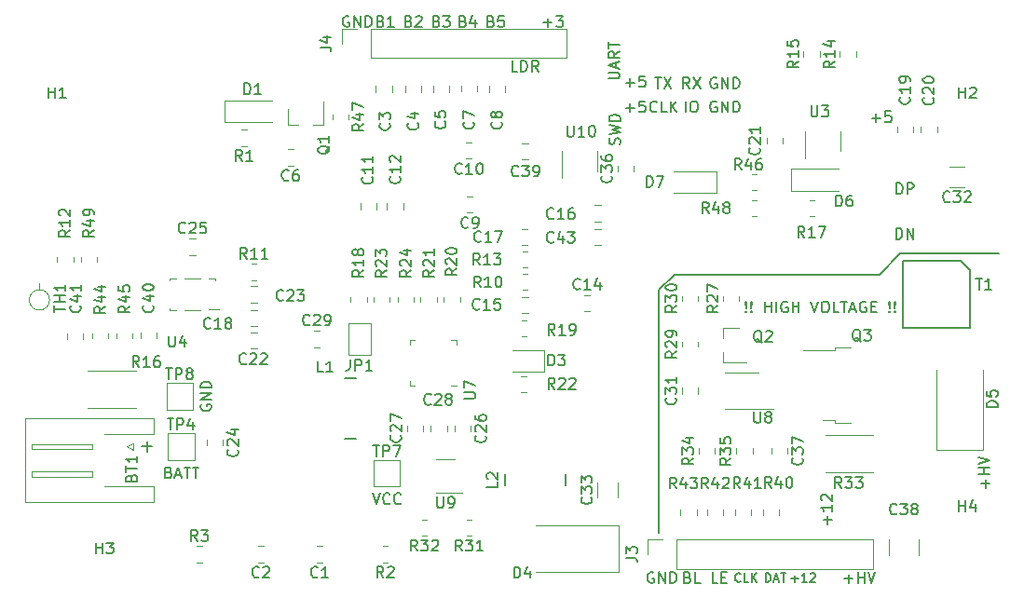
<source format=gbr>
G04 #@! TF.GenerationSoftware,KiCad,Pcbnew,5.1.8*
G04 #@! TF.CreationDate,2020-11-19T15:54:23+08:00*
G04 #@! TF.ProjectId,Main,4d61696e-2e6b-4696-9361-645f70636258,rev?*
G04 #@! TF.SameCoordinates,Original*
G04 #@! TF.FileFunction,Legend,Top*
G04 #@! TF.FilePolarity,Positive*
%FSLAX46Y46*%
G04 Gerber Fmt 4.6, Leading zero omitted, Abs format (unit mm)*
G04 Created by KiCad (PCBNEW 5.1.8) date 2020-11-19 15:54:23*
%MOMM*%
%LPD*%
G01*
G04 APERTURE LIST*
%ADD10C,0.150000*%
%ADD11C,0.120000*%
G04 APERTURE END LIST*
D10*
X157107000Y-105282904D02*
X157059380Y-105378142D01*
X157059380Y-105521000D01*
X157107000Y-105663857D01*
X157202238Y-105759095D01*
X157297476Y-105806714D01*
X157487952Y-105854333D01*
X157630809Y-105854333D01*
X157821285Y-105806714D01*
X157916523Y-105759095D01*
X158011761Y-105663857D01*
X158059380Y-105521000D01*
X158059380Y-105425761D01*
X158011761Y-105282904D01*
X157964142Y-105235285D01*
X157630809Y-105235285D01*
X157630809Y-105425761D01*
X158059380Y-104806714D02*
X157059380Y-104806714D01*
X158059380Y-104235285D01*
X157059380Y-104235285D01*
X158059380Y-103759095D02*
X157059380Y-103759095D01*
X157059380Y-103521000D01*
X157107000Y-103378142D01*
X157202238Y-103282904D01*
X157297476Y-103235285D01*
X157487952Y-103187666D01*
X157630809Y-103187666D01*
X157821285Y-103235285D01*
X157916523Y-103282904D01*
X158011761Y-103378142D01*
X158059380Y-103521000D01*
X158059380Y-103759095D01*
X172707466Y-113320580D02*
X173040800Y-114320580D01*
X173374133Y-113320580D01*
X174278895Y-114225342D02*
X174231276Y-114272961D01*
X174088419Y-114320580D01*
X173993180Y-114320580D01*
X173850323Y-114272961D01*
X173755085Y-114177723D01*
X173707466Y-114082485D01*
X173659847Y-113892009D01*
X173659847Y-113749152D01*
X173707466Y-113558676D01*
X173755085Y-113463438D01*
X173850323Y-113368200D01*
X173993180Y-113320580D01*
X174088419Y-113320580D01*
X174231276Y-113368200D01*
X174278895Y-113415819D01*
X175278895Y-114225342D02*
X175231276Y-114272961D01*
X175088419Y-114320580D01*
X174993180Y-114320580D01*
X174850323Y-114272961D01*
X174755085Y-114177723D01*
X174707466Y-114082485D01*
X174659847Y-113892009D01*
X174659847Y-113749152D01*
X174707466Y-113558676D01*
X174755085Y-113463438D01*
X174850323Y-113368200D01*
X174993180Y-113320580D01*
X175088419Y-113320580D01*
X175231276Y-113368200D01*
X175278895Y-113415819D01*
X218090857Y-79230528D02*
X218852761Y-79230528D01*
X218471809Y-79611480D02*
X218471809Y-78849576D01*
X219805142Y-78611480D02*
X219328952Y-78611480D01*
X219281333Y-79087671D01*
X219328952Y-79040052D01*
X219424190Y-78992433D01*
X219662285Y-78992433D01*
X219757523Y-79040052D01*
X219805142Y-79087671D01*
X219852761Y-79182909D01*
X219852761Y-79421004D01*
X219805142Y-79516242D01*
X219757523Y-79563861D01*
X219662285Y-79611480D01*
X219424190Y-79611480D01*
X219328952Y-79563861D01*
X219281333Y-79516242D01*
X152209500Y-109537500D02*
X152209500Y-108648500D01*
X151765000Y-109093000D02*
X152654000Y-109093000D01*
X200152000Y-93472000D02*
X198755000Y-94869000D01*
X214066428Y-116141333D02*
X214066428Y-115379428D01*
X214447380Y-115760380D02*
X213685476Y-115760380D01*
X214447380Y-114379428D02*
X214447380Y-114950857D01*
X214447380Y-114665142D02*
X213447380Y-114665142D01*
X213590238Y-114760380D01*
X213685476Y-114855619D01*
X213733095Y-114950857D01*
X213542619Y-113998476D02*
X213495000Y-113950857D01*
X213447380Y-113855619D01*
X213447380Y-113617523D01*
X213495000Y-113522285D01*
X213542619Y-113474666D01*
X213637857Y-113427047D01*
X213733095Y-113427047D01*
X213875952Y-113474666D01*
X214447380Y-114046095D01*
X214447380Y-113427047D01*
X154201952Y-111434571D02*
X154344809Y-111482190D01*
X154392428Y-111529809D01*
X154440047Y-111625047D01*
X154440047Y-111767904D01*
X154392428Y-111863142D01*
X154344809Y-111910761D01*
X154249571Y-111958380D01*
X153868619Y-111958380D01*
X153868619Y-110958380D01*
X154201952Y-110958380D01*
X154297190Y-111006000D01*
X154344809Y-111053619D01*
X154392428Y-111148857D01*
X154392428Y-111244095D01*
X154344809Y-111339333D01*
X154297190Y-111386952D01*
X154201952Y-111434571D01*
X153868619Y-111434571D01*
X154821000Y-111672666D02*
X155297190Y-111672666D01*
X154725761Y-111958380D02*
X155059095Y-110958380D01*
X155392428Y-111958380D01*
X155582904Y-110958380D02*
X156154333Y-110958380D01*
X155868619Y-111958380D02*
X155868619Y-110958380D01*
X156344809Y-110958380D02*
X156916238Y-110958380D01*
X156630523Y-111958380D02*
X156630523Y-110958380D01*
X228417428Y-112839333D02*
X228417428Y-112077428D01*
X228798380Y-112458380D02*
X228036476Y-112458380D01*
X228798380Y-111601238D02*
X227798380Y-111601238D01*
X228274571Y-111601238D02*
X228274571Y-111029809D01*
X228798380Y-111029809D02*
X227798380Y-111029809D01*
X227798380Y-110696476D02*
X228798380Y-110363142D01*
X227798380Y-110029809D01*
X220283185Y-90215980D02*
X220283185Y-89215980D01*
X220521280Y-89215980D01*
X220664138Y-89263600D01*
X220759376Y-89358838D01*
X220806995Y-89454076D01*
X220854614Y-89644552D01*
X220854614Y-89787409D01*
X220806995Y-89977885D01*
X220759376Y-90073123D01*
X220664138Y-90168361D01*
X220521280Y-90215980D01*
X220283185Y-90215980D01*
X221283185Y-90215980D02*
X221283185Y-89215980D01*
X221854614Y-90215980D01*
X221854614Y-89215980D01*
X220306995Y-86126580D02*
X220306995Y-85126580D01*
X220545090Y-85126580D01*
X220687947Y-85174200D01*
X220783185Y-85269438D01*
X220830804Y-85364676D01*
X220878423Y-85555152D01*
X220878423Y-85698009D01*
X220830804Y-85888485D01*
X220783185Y-85983723D01*
X220687947Y-86078961D01*
X220545090Y-86126580D01*
X220306995Y-86126580D01*
X221306995Y-86126580D02*
X221306995Y-85126580D01*
X221687947Y-85126580D01*
X221783185Y-85174200D01*
X221830804Y-85221819D01*
X221878423Y-85317057D01*
X221878423Y-85459914D01*
X221830804Y-85555152D01*
X221783185Y-85602771D01*
X221687947Y-85650390D01*
X221306995Y-85650390D01*
X203962095Y-75573000D02*
X203866857Y-75525380D01*
X203724000Y-75525380D01*
X203581142Y-75573000D01*
X203485904Y-75668238D01*
X203438285Y-75763476D01*
X203390666Y-75953952D01*
X203390666Y-76096809D01*
X203438285Y-76287285D01*
X203485904Y-76382523D01*
X203581142Y-76477761D01*
X203724000Y-76525380D01*
X203819238Y-76525380D01*
X203962095Y-76477761D01*
X204009714Y-76430142D01*
X204009714Y-76096809D01*
X203819238Y-76096809D01*
X204438285Y-76525380D02*
X204438285Y-75525380D01*
X205009714Y-76525380D01*
X205009714Y-75525380D01*
X205485904Y-76525380D02*
X205485904Y-75525380D01*
X205724000Y-75525380D01*
X205866857Y-75573000D01*
X205962095Y-75668238D01*
X206009714Y-75763476D01*
X206057333Y-75953952D01*
X206057333Y-76096809D01*
X206009714Y-76287285D01*
X205962095Y-76382523D01*
X205866857Y-76477761D01*
X205724000Y-76525380D01*
X205485904Y-76525380D01*
X203962095Y-77732000D02*
X203866857Y-77684380D01*
X203724000Y-77684380D01*
X203581142Y-77732000D01*
X203485904Y-77827238D01*
X203438285Y-77922476D01*
X203390666Y-78112952D01*
X203390666Y-78255809D01*
X203438285Y-78446285D01*
X203485904Y-78541523D01*
X203581142Y-78636761D01*
X203724000Y-78684380D01*
X203819238Y-78684380D01*
X203962095Y-78636761D01*
X204009714Y-78589142D01*
X204009714Y-78255809D01*
X203819238Y-78255809D01*
X204438285Y-78684380D02*
X204438285Y-77684380D01*
X205009714Y-78684380D01*
X205009714Y-77684380D01*
X205485904Y-78684380D02*
X205485904Y-77684380D01*
X205724000Y-77684380D01*
X205866857Y-77732000D01*
X205962095Y-77827238D01*
X206009714Y-77922476D01*
X206057333Y-78112952D01*
X206057333Y-78255809D01*
X206009714Y-78446285D01*
X205962095Y-78541523D01*
X205866857Y-78636761D01*
X205724000Y-78684380D01*
X205485904Y-78684380D01*
X195738857Y-78303428D02*
X196500761Y-78303428D01*
X196119809Y-78684380D02*
X196119809Y-77922476D01*
X197453142Y-77684380D02*
X196976952Y-77684380D01*
X196929333Y-78160571D01*
X196976952Y-78112952D01*
X197072190Y-78065333D01*
X197310285Y-78065333D01*
X197405523Y-78112952D01*
X197453142Y-78160571D01*
X197500761Y-78255809D01*
X197500761Y-78493904D01*
X197453142Y-78589142D01*
X197405523Y-78636761D01*
X197310285Y-78684380D01*
X197072190Y-78684380D01*
X196976952Y-78636761D01*
X196929333Y-78589142D01*
X195738857Y-76017428D02*
X196500761Y-76017428D01*
X196119809Y-76398380D02*
X196119809Y-75636476D01*
X197453142Y-75398380D02*
X196976952Y-75398380D01*
X196929333Y-75874571D01*
X196976952Y-75826952D01*
X197072190Y-75779333D01*
X197310285Y-75779333D01*
X197405523Y-75826952D01*
X197453142Y-75874571D01*
X197500761Y-75969809D01*
X197500761Y-76207904D01*
X197453142Y-76303142D01*
X197405523Y-76350761D01*
X197310285Y-76398380D01*
X197072190Y-76398380D01*
X196976952Y-76350761D01*
X196929333Y-76303142D01*
X198374095Y-75525380D02*
X198945523Y-75525380D01*
X198659809Y-76525380D02*
X198659809Y-75525380D01*
X199183619Y-75525380D02*
X199850285Y-76525380D01*
X199850285Y-75525380D02*
X199183619Y-76525380D01*
X201509333Y-76525380D02*
X201176000Y-76049190D01*
X200937904Y-76525380D02*
X200937904Y-75525380D01*
X201318857Y-75525380D01*
X201414095Y-75573000D01*
X201461714Y-75620619D01*
X201509333Y-75715857D01*
X201509333Y-75858714D01*
X201461714Y-75953952D01*
X201414095Y-76001571D01*
X201318857Y-76049190D01*
X200937904Y-76049190D01*
X201842666Y-75525380D02*
X202509333Y-76525380D01*
X202509333Y-75525380D02*
X201842666Y-76525380D01*
X194143380Y-75636238D02*
X194952904Y-75636238D01*
X195048142Y-75588619D01*
X195095761Y-75541000D01*
X195143380Y-75445761D01*
X195143380Y-75255285D01*
X195095761Y-75160047D01*
X195048142Y-75112428D01*
X194952904Y-75064809D01*
X194143380Y-75064809D01*
X194857666Y-74636238D02*
X194857666Y-74160047D01*
X195143380Y-74731476D02*
X194143380Y-74398142D01*
X195143380Y-74064809D01*
X195143380Y-73160047D02*
X194667190Y-73493380D01*
X195143380Y-73731476D02*
X194143380Y-73731476D01*
X194143380Y-73350523D01*
X194191000Y-73255285D01*
X194238619Y-73207666D01*
X194333857Y-73160047D01*
X194476714Y-73160047D01*
X194571952Y-73207666D01*
X194619571Y-73255285D01*
X194667190Y-73350523D01*
X194667190Y-73731476D01*
X194143380Y-72874333D02*
X194143380Y-72302904D01*
X195143380Y-72588619D02*
X194143380Y-72588619D01*
X195159261Y-81621142D02*
X195206880Y-81478285D01*
X195206880Y-81240190D01*
X195159261Y-81144952D01*
X195111642Y-81097333D01*
X195016404Y-81049714D01*
X194921166Y-81049714D01*
X194825928Y-81097333D01*
X194778309Y-81144952D01*
X194730690Y-81240190D01*
X194683071Y-81430666D01*
X194635452Y-81525904D01*
X194587833Y-81573523D01*
X194492595Y-81621142D01*
X194397357Y-81621142D01*
X194302119Y-81573523D01*
X194254500Y-81525904D01*
X194206880Y-81430666D01*
X194206880Y-81192571D01*
X194254500Y-81049714D01*
X194206880Y-80716380D02*
X195206880Y-80478285D01*
X194492595Y-80287809D01*
X195206880Y-80097333D01*
X194206880Y-79859238D01*
X195206880Y-79478285D02*
X194206880Y-79478285D01*
X194206880Y-79240190D01*
X194254500Y-79097333D01*
X194349738Y-79002095D01*
X194444976Y-78954476D01*
X194635452Y-78906857D01*
X194778309Y-78906857D01*
X194968785Y-78954476D01*
X195064023Y-79002095D01*
X195159261Y-79097333D01*
X195206880Y-79240190D01*
X195206880Y-79478285D01*
X201152190Y-78684380D02*
X201152190Y-77684380D01*
X201818857Y-77684380D02*
X202009333Y-77684380D01*
X202104571Y-77732000D01*
X202199809Y-77827238D01*
X202247428Y-78017714D01*
X202247428Y-78351047D01*
X202199809Y-78541523D01*
X202104571Y-78636761D01*
X202009333Y-78684380D01*
X201818857Y-78684380D01*
X201723619Y-78636761D01*
X201628380Y-78541523D01*
X201580761Y-78351047D01*
X201580761Y-78017714D01*
X201628380Y-77827238D01*
X201723619Y-77732000D01*
X201818857Y-77684380D01*
X198540761Y-78589142D02*
X198493142Y-78636761D01*
X198350285Y-78684380D01*
X198255047Y-78684380D01*
X198112190Y-78636761D01*
X198016952Y-78541523D01*
X197969333Y-78446285D01*
X197921714Y-78255809D01*
X197921714Y-78112952D01*
X197969333Y-77922476D01*
X198016952Y-77827238D01*
X198112190Y-77732000D01*
X198255047Y-77684380D01*
X198350285Y-77684380D01*
X198493142Y-77732000D01*
X198540761Y-77779619D01*
X199445523Y-78684380D02*
X198969333Y-78684380D01*
X198969333Y-77684380D01*
X199778857Y-78684380D02*
X199778857Y-77684380D01*
X200350285Y-78684380D02*
X199921714Y-78112952D01*
X200350285Y-77684380D02*
X199778857Y-78255809D01*
X215582666Y-121102428D02*
X216344571Y-121102428D01*
X215963619Y-121483380D02*
X215963619Y-120721476D01*
X216820761Y-121483380D02*
X216820761Y-120483380D01*
X216820761Y-120959571D02*
X217392190Y-120959571D01*
X217392190Y-121483380D02*
X217392190Y-120483380D01*
X217725523Y-120483380D02*
X218058857Y-121483380D01*
X218392190Y-120483380D01*
X210769333Y-121088142D02*
X211378857Y-121088142D01*
X211074095Y-121392904D02*
X211074095Y-120783380D01*
X212178857Y-121392904D02*
X211721714Y-121392904D01*
X211950285Y-121392904D02*
X211950285Y-120592904D01*
X211874095Y-120707190D01*
X211797904Y-120783380D01*
X211721714Y-120821476D01*
X212483619Y-120669095D02*
X212521714Y-120631000D01*
X212597904Y-120592904D01*
X212788380Y-120592904D01*
X212864571Y-120631000D01*
X212902666Y-120669095D01*
X212940761Y-120745285D01*
X212940761Y-120821476D01*
X212902666Y-120935761D01*
X212445523Y-121392904D01*
X212940761Y-121392904D01*
X208438857Y-121392904D02*
X208438857Y-120592904D01*
X208629333Y-120592904D01*
X208743619Y-120631000D01*
X208819809Y-120707190D01*
X208857904Y-120783380D01*
X208896000Y-120935761D01*
X208896000Y-121050047D01*
X208857904Y-121202428D01*
X208819809Y-121278619D01*
X208743619Y-121354809D01*
X208629333Y-121392904D01*
X208438857Y-121392904D01*
X209200761Y-121164333D02*
X209581714Y-121164333D01*
X209124571Y-121392904D02*
X209391238Y-120592904D01*
X209657904Y-121392904D01*
X209810285Y-120592904D02*
X210267428Y-120592904D01*
X210038857Y-121392904D02*
X210038857Y-120592904D01*
X206152809Y-121316714D02*
X206114714Y-121354809D01*
X206000428Y-121392904D01*
X205924238Y-121392904D01*
X205809952Y-121354809D01*
X205733761Y-121278619D01*
X205695666Y-121202428D01*
X205657571Y-121050047D01*
X205657571Y-120935761D01*
X205695666Y-120783380D01*
X205733761Y-120707190D01*
X205809952Y-120631000D01*
X205924238Y-120592904D01*
X206000428Y-120592904D01*
X206114714Y-120631000D01*
X206152809Y-120669095D01*
X206876619Y-121392904D02*
X206495666Y-121392904D01*
X206495666Y-120592904D01*
X207143285Y-121392904D02*
X207143285Y-120592904D01*
X207600428Y-121392904D02*
X207257571Y-120935761D01*
X207600428Y-120592904D02*
X207143285Y-121050047D01*
X204073142Y-121483380D02*
X203596952Y-121483380D01*
X203596952Y-120483380D01*
X204406476Y-120959571D02*
X204739809Y-120959571D01*
X204882666Y-121483380D02*
X204406476Y-121483380D01*
X204406476Y-120483380D01*
X204882666Y-120483380D01*
X201342666Y-120959571D02*
X201485523Y-121007190D01*
X201533142Y-121054809D01*
X201580761Y-121150047D01*
X201580761Y-121292904D01*
X201533142Y-121388142D01*
X201485523Y-121435761D01*
X201390285Y-121483380D01*
X201009333Y-121483380D01*
X201009333Y-120483380D01*
X201342666Y-120483380D01*
X201437904Y-120531000D01*
X201485523Y-120578619D01*
X201533142Y-120673857D01*
X201533142Y-120769095D01*
X201485523Y-120864333D01*
X201437904Y-120911952D01*
X201342666Y-120959571D01*
X201009333Y-120959571D01*
X202485523Y-121483380D02*
X202009333Y-121483380D01*
X202009333Y-120483380D01*
X198247095Y-120531000D02*
X198151857Y-120483380D01*
X198009000Y-120483380D01*
X197866142Y-120531000D01*
X197770904Y-120626238D01*
X197723285Y-120721476D01*
X197675666Y-120911952D01*
X197675666Y-121054809D01*
X197723285Y-121245285D01*
X197770904Y-121340523D01*
X197866142Y-121435761D01*
X198009000Y-121483380D01*
X198104238Y-121483380D01*
X198247095Y-121435761D01*
X198294714Y-121388142D01*
X198294714Y-121054809D01*
X198104238Y-121054809D01*
X198723285Y-121483380D02*
X198723285Y-120483380D01*
X199294714Y-121483380D01*
X199294714Y-120483380D01*
X199770904Y-121483380D02*
X199770904Y-120483380D01*
X200009000Y-120483380D01*
X200151857Y-120531000D01*
X200247095Y-120626238D01*
X200294714Y-120721476D01*
X200342333Y-120911952D01*
X200342333Y-121054809D01*
X200294714Y-121245285D01*
X200247095Y-121340523D01*
X200151857Y-121435761D01*
X200009000Y-121483380D01*
X199770904Y-121483380D01*
X170561095Y-69985000D02*
X170465857Y-69937380D01*
X170323000Y-69937380D01*
X170180142Y-69985000D01*
X170084904Y-70080238D01*
X170037285Y-70175476D01*
X169989666Y-70365952D01*
X169989666Y-70508809D01*
X170037285Y-70699285D01*
X170084904Y-70794523D01*
X170180142Y-70889761D01*
X170323000Y-70937380D01*
X170418238Y-70937380D01*
X170561095Y-70889761D01*
X170608714Y-70842142D01*
X170608714Y-70508809D01*
X170418238Y-70508809D01*
X171037285Y-70937380D02*
X171037285Y-69937380D01*
X171608714Y-70937380D01*
X171608714Y-69937380D01*
X172084904Y-70937380D02*
X172084904Y-69937380D01*
X172323000Y-69937380D01*
X172465857Y-69985000D01*
X172561095Y-70080238D01*
X172608714Y-70175476D01*
X172656333Y-70365952D01*
X172656333Y-70508809D01*
X172608714Y-70699285D01*
X172561095Y-70794523D01*
X172465857Y-70889761D01*
X172323000Y-70937380D01*
X172084904Y-70937380D01*
X188245857Y-70556428D02*
X189007761Y-70556428D01*
X188626809Y-70937380D02*
X188626809Y-70175476D01*
X189388714Y-69937380D02*
X190007761Y-69937380D01*
X189674428Y-70318333D01*
X189817285Y-70318333D01*
X189912523Y-70365952D01*
X189960142Y-70413571D01*
X190007761Y-70508809D01*
X190007761Y-70746904D01*
X189960142Y-70842142D01*
X189912523Y-70889761D01*
X189817285Y-70937380D01*
X189531571Y-70937380D01*
X189436333Y-70889761D01*
X189388714Y-70842142D01*
X185872523Y-75001380D02*
X185396333Y-75001380D01*
X185396333Y-74001380D01*
X186205857Y-75001380D02*
X186205857Y-74001380D01*
X186443952Y-74001380D01*
X186586809Y-74049000D01*
X186682047Y-74144238D01*
X186729666Y-74239476D01*
X186777285Y-74429952D01*
X186777285Y-74572809D01*
X186729666Y-74763285D01*
X186682047Y-74858523D01*
X186586809Y-74953761D01*
X186443952Y-75001380D01*
X186205857Y-75001380D01*
X187777285Y-75001380D02*
X187443952Y-74525190D01*
X187205857Y-75001380D02*
X187205857Y-74001380D01*
X187586809Y-74001380D01*
X187682047Y-74049000D01*
X187729666Y-74096619D01*
X187777285Y-74191857D01*
X187777285Y-74334714D01*
X187729666Y-74429952D01*
X187682047Y-74477571D01*
X187586809Y-74525190D01*
X187205857Y-74525190D01*
X183491238Y-70413571D02*
X183634095Y-70461190D01*
X183681714Y-70508809D01*
X183729333Y-70604047D01*
X183729333Y-70746904D01*
X183681714Y-70842142D01*
X183634095Y-70889761D01*
X183538857Y-70937380D01*
X183157904Y-70937380D01*
X183157904Y-69937380D01*
X183491238Y-69937380D01*
X183586476Y-69985000D01*
X183634095Y-70032619D01*
X183681714Y-70127857D01*
X183681714Y-70223095D01*
X183634095Y-70318333D01*
X183586476Y-70365952D01*
X183491238Y-70413571D01*
X183157904Y-70413571D01*
X184634095Y-69937380D02*
X184157904Y-69937380D01*
X184110285Y-70413571D01*
X184157904Y-70365952D01*
X184253142Y-70318333D01*
X184491238Y-70318333D01*
X184586476Y-70365952D01*
X184634095Y-70413571D01*
X184681714Y-70508809D01*
X184681714Y-70746904D01*
X184634095Y-70842142D01*
X184586476Y-70889761D01*
X184491238Y-70937380D01*
X184253142Y-70937380D01*
X184157904Y-70889761D01*
X184110285Y-70842142D01*
X180951238Y-70413571D02*
X181094095Y-70461190D01*
X181141714Y-70508809D01*
X181189333Y-70604047D01*
X181189333Y-70746904D01*
X181141714Y-70842142D01*
X181094095Y-70889761D01*
X180998857Y-70937380D01*
X180617904Y-70937380D01*
X180617904Y-69937380D01*
X180951238Y-69937380D01*
X181046476Y-69985000D01*
X181094095Y-70032619D01*
X181141714Y-70127857D01*
X181141714Y-70223095D01*
X181094095Y-70318333D01*
X181046476Y-70365952D01*
X180951238Y-70413571D01*
X180617904Y-70413571D01*
X182046476Y-70270714D02*
X182046476Y-70937380D01*
X181808380Y-69889761D02*
X181570285Y-70604047D01*
X182189333Y-70604047D01*
X178538238Y-70413571D02*
X178681095Y-70461190D01*
X178728714Y-70508809D01*
X178776333Y-70604047D01*
X178776333Y-70746904D01*
X178728714Y-70842142D01*
X178681095Y-70889761D01*
X178585857Y-70937380D01*
X178204904Y-70937380D01*
X178204904Y-69937380D01*
X178538238Y-69937380D01*
X178633476Y-69985000D01*
X178681095Y-70032619D01*
X178728714Y-70127857D01*
X178728714Y-70223095D01*
X178681095Y-70318333D01*
X178633476Y-70365952D01*
X178538238Y-70413571D01*
X178204904Y-70413571D01*
X179109666Y-69937380D02*
X179728714Y-69937380D01*
X179395380Y-70318333D01*
X179538238Y-70318333D01*
X179633476Y-70365952D01*
X179681095Y-70413571D01*
X179728714Y-70508809D01*
X179728714Y-70746904D01*
X179681095Y-70842142D01*
X179633476Y-70889761D01*
X179538238Y-70937380D01*
X179252523Y-70937380D01*
X179157285Y-70889761D01*
X179109666Y-70842142D01*
X175998238Y-70413571D02*
X176141095Y-70461190D01*
X176188714Y-70508809D01*
X176236333Y-70604047D01*
X176236333Y-70746904D01*
X176188714Y-70842142D01*
X176141095Y-70889761D01*
X176045857Y-70937380D01*
X175664904Y-70937380D01*
X175664904Y-69937380D01*
X175998238Y-69937380D01*
X176093476Y-69985000D01*
X176141095Y-70032619D01*
X176188714Y-70127857D01*
X176188714Y-70223095D01*
X176141095Y-70318333D01*
X176093476Y-70365952D01*
X175998238Y-70413571D01*
X175664904Y-70413571D01*
X176617285Y-70032619D02*
X176664904Y-69985000D01*
X176760142Y-69937380D01*
X176998238Y-69937380D01*
X177093476Y-69985000D01*
X177141095Y-70032619D01*
X177188714Y-70127857D01*
X177188714Y-70223095D01*
X177141095Y-70365952D01*
X176569666Y-70937380D01*
X177188714Y-70937380D01*
X173458238Y-70413571D02*
X173601095Y-70461190D01*
X173648714Y-70508809D01*
X173696333Y-70604047D01*
X173696333Y-70746904D01*
X173648714Y-70842142D01*
X173601095Y-70889761D01*
X173505857Y-70937380D01*
X173124904Y-70937380D01*
X173124904Y-69937380D01*
X173458238Y-69937380D01*
X173553476Y-69985000D01*
X173601095Y-70032619D01*
X173648714Y-70127857D01*
X173648714Y-70223095D01*
X173601095Y-70318333D01*
X173553476Y-70365952D01*
X173458238Y-70413571D01*
X173124904Y-70413571D01*
X174648714Y-70937380D02*
X174077285Y-70937380D01*
X174363000Y-70937380D02*
X174363000Y-69937380D01*
X174267761Y-70080238D01*
X174172523Y-70175476D01*
X174077285Y-70223095D01*
X206648895Y-96800942D02*
X206696514Y-96848561D01*
X206648895Y-96896180D01*
X206601276Y-96848561D01*
X206648895Y-96800942D01*
X206648895Y-96896180D01*
X206648895Y-96515228D02*
X206601276Y-95943800D01*
X206648895Y-95896180D01*
X206696514Y-95943800D01*
X206648895Y-96515228D01*
X206648895Y-95896180D01*
X207125085Y-96800942D02*
X207172704Y-96848561D01*
X207125085Y-96896180D01*
X207077466Y-96848561D01*
X207125085Y-96800942D01*
X207125085Y-96896180D01*
X207125085Y-96515228D02*
X207077466Y-95943800D01*
X207125085Y-95896180D01*
X207172704Y-95943800D01*
X207125085Y-96515228D01*
X207125085Y-95896180D01*
X208363180Y-96896180D02*
X208363180Y-95896180D01*
X208363180Y-96372371D02*
X208934609Y-96372371D01*
X208934609Y-96896180D02*
X208934609Y-95896180D01*
X209410800Y-96896180D02*
X209410800Y-95896180D01*
X210410800Y-95943800D02*
X210315561Y-95896180D01*
X210172704Y-95896180D01*
X210029847Y-95943800D01*
X209934609Y-96039038D01*
X209886990Y-96134276D01*
X209839371Y-96324752D01*
X209839371Y-96467609D01*
X209886990Y-96658085D01*
X209934609Y-96753323D01*
X210029847Y-96848561D01*
X210172704Y-96896180D01*
X210267942Y-96896180D01*
X210410800Y-96848561D01*
X210458419Y-96800942D01*
X210458419Y-96467609D01*
X210267942Y-96467609D01*
X210886990Y-96896180D02*
X210886990Y-95896180D01*
X210886990Y-96372371D02*
X211458419Y-96372371D01*
X211458419Y-96896180D02*
X211458419Y-95896180D01*
X212553657Y-95896180D02*
X212886990Y-96896180D01*
X213220323Y-95896180D01*
X213744133Y-95896180D02*
X213934609Y-95896180D01*
X214029847Y-95943800D01*
X214125085Y-96039038D01*
X214172704Y-96229514D01*
X214172704Y-96562847D01*
X214125085Y-96753323D01*
X214029847Y-96848561D01*
X213934609Y-96896180D01*
X213744133Y-96896180D01*
X213648895Y-96848561D01*
X213553657Y-96753323D01*
X213506038Y-96562847D01*
X213506038Y-96229514D01*
X213553657Y-96039038D01*
X213648895Y-95943800D01*
X213744133Y-95896180D01*
X215077466Y-96896180D02*
X214601276Y-96896180D01*
X214601276Y-95896180D01*
X215267942Y-95896180D02*
X215839371Y-95896180D01*
X215553657Y-96896180D02*
X215553657Y-95896180D01*
X216125085Y-96610466D02*
X216601276Y-96610466D01*
X216029847Y-96896180D02*
X216363180Y-95896180D01*
X216696514Y-96896180D01*
X217553657Y-95943800D02*
X217458419Y-95896180D01*
X217315561Y-95896180D01*
X217172704Y-95943800D01*
X217077466Y-96039038D01*
X217029847Y-96134276D01*
X216982228Y-96324752D01*
X216982228Y-96467609D01*
X217029847Y-96658085D01*
X217077466Y-96753323D01*
X217172704Y-96848561D01*
X217315561Y-96896180D01*
X217410800Y-96896180D01*
X217553657Y-96848561D01*
X217601276Y-96800942D01*
X217601276Y-96467609D01*
X217410800Y-96467609D01*
X218029847Y-96372371D02*
X218363180Y-96372371D01*
X218506038Y-96896180D02*
X218029847Y-96896180D01*
X218029847Y-95896180D01*
X218506038Y-95896180D01*
X219696514Y-96800942D02*
X219744133Y-96848561D01*
X219696514Y-96896180D01*
X219648895Y-96848561D01*
X219696514Y-96800942D01*
X219696514Y-96896180D01*
X219696514Y-96515228D02*
X219648895Y-95943800D01*
X219696514Y-95896180D01*
X219744133Y-95943800D01*
X219696514Y-96515228D01*
X219696514Y-95896180D01*
X220172704Y-96800942D02*
X220220323Y-96848561D01*
X220172704Y-96896180D01*
X220125085Y-96848561D01*
X220172704Y-96800942D01*
X220172704Y-96896180D01*
X220172704Y-96515228D02*
X220125085Y-95943800D01*
X220172704Y-95896180D01*
X220220323Y-95943800D01*
X220172704Y-96515228D01*
X220172704Y-95896180D01*
X198755000Y-94869000D02*
X198755000Y-116967000D01*
X218770200Y-93472000D02*
X200152000Y-93472000D01*
X220662500Y-91567000D02*
X218757500Y-93472000D01*
X229616000Y-91567000D02*
X220662500Y-91567000D01*
D11*
G04 #@! TO.C,D7*
X203951400Y-86039200D02*
X200051400Y-86039200D01*
X203951400Y-84039200D02*
X200051400Y-84039200D01*
X203951400Y-86039200D02*
X203951400Y-84039200D01*
G04 #@! TO.C,D6*
X210721100Y-85861400D02*
X215021100Y-85861400D01*
X210721100Y-83861400D02*
X210721100Y-85861400D01*
X215021100Y-83861400D02*
X210721100Y-83861400D01*
G04 #@! TO.C,R19*
X186263036Y-97626500D02*
X186717164Y-97626500D01*
X186263036Y-99096500D02*
X186717164Y-99096500D01*
G04 #@! TO.C,C43*
X192905748Y-89308000D02*
X193428252Y-89308000D01*
X192905748Y-90778000D02*
X193428252Y-90778000D01*
G04 #@! TO.C,R49*
X146204000Y-91847936D02*
X146204000Y-92302064D01*
X147674000Y-91847936D02*
X147674000Y-92302064D01*
G04 #@! TO.C,R12*
X144045000Y-91847936D02*
X144045000Y-92302064D01*
X145515000Y-91847936D02*
X145515000Y-92302064D01*
G04 #@! TO.C,R11*
X161697936Y-93953000D02*
X162152064Y-93953000D01*
X161697936Y-92483000D02*
X162152064Y-92483000D01*
G04 #@! TO.C,C25*
X156075748Y-91667000D02*
X156598252Y-91667000D01*
X156075748Y-90197000D02*
X156598252Y-90197000D01*
G04 #@! TO.C,C22*
X161663748Y-100176000D02*
X162186252Y-100176000D01*
X161663748Y-98706000D02*
X162186252Y-98706000D01*
G04 #@! TO.C,JP1*
X172513500Y-97914000D02*
X172513500Y-100714000D01*
X172513500Y-100714000D02*
X170513500Y-100714000D01*
X170513500Y-100714000D02*
X170513500Y-97914000D01*
X170513500Y-97914000D02*
X172513500Y-97914000D01*
G04 #@! TO.C,R48*
X207618064Y-88149100D02*
X207163936Y-88149100D01*
X207618064Y-86679100D02*
X207163936Y-86679100D01*
G04 #@! TO.C,R46*
X207630764Y-85786900D02*
X207176636Y-85786900D01*
X207630764Y-84316900D02*
X207176636Y-84316900D01*
G04 #@! TO.C,R47*
X169064000Y-78893936D02*
X169064000Y-79348064D01*
X170534000Y-78893936D02*
X170534000Y-79348064D01*
G04 #@! TO.C,TP8*
X153994000Y-103321000D02*
X156394000Y-103321000D01*
X156394000Y-103321000D02*
X156394000Y-105721000D01*
X156394000Y-105721000D02*
X153994000Y-105721000D01*
X153994000Y-105721000D02*
X153994000Y-103321000D01*
G04 #@! TO.C,R43*
X200687000Y-114834936D02*
X200687000Y-115289064D01*
X202157000Y-114834936D02*
X202157000Y-115289064D01*
G04 #@! TO.C,R42*
X203100000Y-114834936D02*
X203100000Y-115289064D01*
X204570000Y-114834936D02*
X204570000Y-115289064D01*
G04 #@! TO.C,R41*
X205640000Y-114834936D02*
X205640000Y-115289064D01*
X207110000Y-114834936D02*
X207110000Y-115289064D01*
G04 #@! TO.C,R40*
X208180000Y-114834936D02*
X208180000Y-115289064D01*
X209650000Y-114834936D02*
X209650000Y-115289064D01*
G04 #@! TO.C,R35*
X207237000Y-109701064D02*
X207237000Y-109246936D01*
X205767000Y-109701064D02*
X205767000Y-109246936D01*
G04 #@! TO.C,R34*
X202338000Y-109246936D02*
X202338000Y-109701064D01*
X203808000Y-109246936D02*
X203808000Y-109701064D01*
G04 #@! TO.C,R33*
X213849936Y-111438000D02*
X218204064Y-111438000D01*
X213849936Y-108018000D02*
X218204064Y-108018000D01*
G04 #@! TO.C,R32*
X177646064Y-115724000D02*
X177191936Y-115724000D01*
X177646064Y-117194000D02*
X177191936Y-117194000D01*
G04 #@! TO.C,R31*
X181719064Y-115724000D02*
X181264936Y-115724000D01*
X181719064Y-117194000D02*
X181264936Y-117194000D01*
G04 #@! TO.C,R30*
X202284000Y-95832664D02*
X202284000Y-95378536D01*
X200814000Y-95832664D02*
X200814000Y-95378536D01*
G04 #@! TO.C,R29*
X202284000Y-100023664D02*
X202284000Y-99569536D01*
X200814000Y-100023664D02*
X200814000Y-99569536D01*
G04 #@! TO.C,R27*
X206017800Y-95858064D02*
X206017800Y-95403936D01*
X204547800Y-95858064D02*
X204547800Y-95403936D01*
G04 #@! TO.C,R18*
X172185000Y-95467436D02*
X172185000Y-95921564D01*
X170715000Y-95467436D02*
X170715000Y-95921564D01*
G04 #@! TO.C,R16*
X146844736Y-105596000D02*
X151198864Y-105596000D01*
X146844736Y-102176000D02*
X151198864Y-102176000D01*
G04 #@! TO.C,R15*
X213333000Y-73633064D02*
X213333000Y-73178936D01*
X211863000Y-73633064D02*
X211863000Y-73178936D01*
G04 #@! TO.C,R14*
X216635000Y-73633064D02*
X216635000Y-73178936D01*
X215165000Y-73633064D02*
X215165000Y-73178936D01*
G04 #@! TO.C,R13*
X186323236Y-92810000D02*
X186777364Y-92810000D01*
X186323236Y-91340000D02*
X186777364Y-91340000D01*
G04 #@! TO.C,R10*
X186323236Y-94842000D02*
X186777364Y-94842000D01*
X186323236Y-93372000D02*
X186777364Y-93372000D01*
G04 #@! TO.C,R3*
X156744936Y-119607000D02*
X157199064Y-119607000D01*
X156744936Y-118137000D02*
X157199064Y-118137000D01*
G04 #@! TO.C,R2*
X174090064Y-118137000D02*
X173635936Y-118137000D01*
X174090064Y-119607000D02*
X173635936Y-119607000D01*
G04 #@! TO.C,R1*
X161263064Y-80291000D02*
X160808936Y-80291000D01*
X161263064Y-81761000D02*
X160808936Y-81761000D01*
G04 #@! TO.C,C41*
X144959400Y-98773348D02*
X144959400Y-99295852D01*
X146429400Y-98773348D02*
X146429400Y-99295852D01*
G04 #@! TO.C,C40*
X151639600Y-98747948D02*
X151639600Y-99270452D01*
X153109600Y-98747948D02*
X153109600Y-99270452D01*
G04 #@! TO.C,C39*
X186824252Y-81497500D02*
X186301748Y-81497500D01*
X186824252Y-82967500D02*
X186301748Y-82967500D01*
G04 #@! TO.C,C38*
X219620000Y-117525748D02*
X219620000Y-118948252D01*
X222340000Y-117525748D02*
X222340000Y-118948252D01*
G04 #@! TO.C,C37*
X208942000Y-109212748D02*
X208942000Y-109735252D01*
X210412000Y-109212748D02*
X210412000Y-109735252D01*
G04 #@! TO.C,C36*
X196442000Y-84081252D02*
X196442000Y-83558748D01*
X194972000Y-84081252D02*
X194972000Y-83558748D01*
G04 #@! TO.C,C33*
X194966000Y-113741252D02*
X194966000Y-112318748D01*
X193146000Y-113741252D02*
X193146000Y-112318748D01*
G04 #@! TO.C,C32*
X226517252Y-83672000D02*
X225094748Y-83672000D01*
X226517252Y-85492000D02*
X225094748Y-85492000D01*
G04 #@! TO.C,C31*
X202284000Y-104274252D02*
X202284000Y-103751748D01*
X200814000Y-104274252D02*
X200814000Y-103751748D01*
G04 #@! TO.C,C29*
X167378748Y-100049000D02*
X167901252Y-100049000D01*
X167378748Y-98579000D02*
X167901252Y-98579000D01*
G04 #@! TO.C,C28*
X178004800Y-107180748D02*
X178004800Y-107703252D01*
X179474800Y-107180748D02*
X179474800Y-107703252D01*
G04 #@! TO.C,C26*
X180163800Y-107180748D02*
X180163800Y-107703252D01*
X181633800Y-107180748D02*
X181633800Y-107703252D01*
G04 #@! TO.C,C24*
X157634000Y-108450748D02*
X157634000Y-108973252D01*
X159104000Y-108450748D02*
X159104000Y-108973252D01*
G04 #@! TO.C,C23*
X161663748Y-95985000D02*
X162186252Y-95985000D01*
X161663748Y-94515000D02*
X162186252Y-94515000D01*
G04 #@! TO.C,C21*
X208510200Y-81018748D02*
X208510200Y-81541252D01*
X209980200Y-81018748D02*
X209980200Y-81541252D01*
G04 #@! TO.C,C20*
X222531000Y-80002748D02*
X222531000Y-80525252D01*
X224001000Y-80002748D02*
X224001000Y-80525252D01*
G04 #@! TO.C,C19*
X220372000Y-80002748D02*
X220372000Y-80525252D01*
X221842000Y-80002748D02*
X221842000Y-80525252D01*
G04 #@! TO.C,C18*
X161663748Y-98118600D02*
X162186252Y-98118600D01*
X161663748Y-96648600D02*
X162186252Y-96648600D01*
G04 #@! TO.C,C17*
X186280248Y-90778000D02*
X186802752Y-90778000D01*
X186280248Y-89308000D02*
X186802752Y-89308000D01*
G04 #@! TO.C,C16*
X193428252Y-87149000D02*
X192905748Y-87149000D01*
X193428252Y-88619000D02*
X192905748Y-88619000D01*
G04 #@! TO.C,C15*
X186301748Y-96937500D02*
X186824252Y-96937500D01*
X186301748Y-95467500D02*
X186824252Y-95467500D01*
G04 #@! TO.C,C14*
X192475752Y-95340500D02*
X191953248Y-95340500D01*
X192475752Y-96810500D02*
X191953248Y-96810500D01*
G04 #@! TO.C,C12*
X174017000Y-86987748D02*
X174017000Y-87510252D01*
X175487000Y-86987748D02*
X175487000Y-87510252D01*
G04 #@! TO.C,C11*
X171604000Y-86987748D02*
X171604000Y-87510252D01*
X173074000Y-86987748D02*
X173074000Y-87510252D01*
G04 #@! TO.C,C10*
X181722752Y-81459400D02*
X181200248Y-81459400D01*
X181722752Y-82929400D02*
X181200248Y-82929400D01*
G04 #@! TO.C,C9*
X181820452Y-86361600D02*
X181297948Y-86361600D01*
X181820452Y-87831600D02*
X181297948Y-87831600D01*
G04 #@! TO.C,C8*
X184758000Y-76842252D02*
X184758000Y-76319748D01*
X183288000Y-76842252D02*
X183288000Y-76319748D01*
G04 #@! TO.C,C7*
X182218000Y-76833252D02*
X182218000Y-76310748D01*
X180748000Y-76833252D02*
X180748000Y-76310748D01*
G04 #@! TO.C,C6*
X165513652Y-82069000D02*
X164991148Y-82069000D01*
X165513652Y-83539000D02*
X164991148Y-83539000D01*
G04 #@! TO.C,C5*
X179678000Y-76842252D02*
X179678000Y-76319748D01*
X178208000Y-76842252D02*
X178208000Y-76319748D01*
G04 #@! TO.C,C4*
X177138000Y-76842252D02*
X177138000Y-76319748D01*
X175668000Y-76842252D02*
X175668000Y-76319748D01*
G04 #@! TO.C,C3*
X174471000Y-76842252D02*
X174471000Y-76319748D01*
X173001000Y-76842252D02*
X173001000Y-76319748D01*
G04 #@! TO.C,C2*
X162821252Y-118137000D02*
X162298748Y-118137000D01*
X162821252Y-119607000D02*
X162298748Y-119607000D01*
G04 #@! TO.C,C1*
X168155252Y-118137000D02*
X167632748Y-118137000D01*
X168155252Y-119607000D02*
X167632748Y-119607000D01*
G04 #@! TO.C,TH1*
X143363200Y-95758000D02*
G75*
G03*
X143363200Y-95758000I-920000J0D01*
G01*
X142443200Y-94838000D02*
X142443200Y-94218000D01*
D10*
G04 #@! TO.C,L1*
X171196000Y-102895400D02*
X170180000Y-102895400D01*
X171196000Y-108356400D02*
X170180000Y-108356400D01*
D11*
G04 #@! TO.C,C27*
X175820400Y-107677852D02*
X175820400Y-107155348D01*
X177290400Y-107677852D02*
X177290400Y-107155348D01*
G04 #@! TO.C,R44*
X147220000Y-99236264D02*
X147220000Y-98782136D01*
X148690000Y-99236264D02*
X148690000Y-98782136D01*
G04 #@! TO.C,R45*
X149429800Y-99236264D02*
X149429800Y-98782136D01*
X150899800Y-99236264D02*
X150899800Y-98782136D01*
G04 #@! TO.C,U7*
X176571400Y-103583000D02*
X176096400Y-103583000D01*
X176096400Y-103583000D02*
X176096400Y-103108000D01*
X179841400Y-99363000D02*
X180316400Y-99363000D01*
X180316400Y-99363000D02*
X180316400Y-99838000D01*
X176571400Y-99363000D02*
X176096400Y-99363000D01*
X176096400Y-99363000D02*
X176096400Y-99838000D01*
X179841400Y-103583000D02*
X180316400Y-103583000D01*
G04 #@! TO.C,U3*
X215224000Y-82205400D02*
X215224000Y-80405400D01*
X212004000Y-80405400D02*
X212004000Y-82855400D01*
G04 #@! TO.C,TP7*
X172815400Y-110331400D02*
X175215400Y-110331400D01*
X175215400Y-110331400D02*
X175215400Y-112731400D01*
X175215400Y-112731400D02*
X172815400Y-112731400D01*
X172815400Y-112731400D02*
X172815400Y-110331400D01*
G04 #@! TO.C,R24*
X175007600Y-95934264D02*
X175007600Y-95480136D01*
X176477600Y-95934264D02*
X176477600Y-95480136D01*
G04 #@! TO.C,R23*
X172797800Y-95934264D02*
X172797800Y-95480136D01*
X174267800Y-95934264D02*
X174267800Y-95480136D01*
G04 #@! TO.C,R22*
X186675764Y-104163800D02*
X186221636Y-104163800D01*
X186675764Y-102693800D02*
X186221636Y-102693800D01*
G04 #@! TO.C,R21*
X178535000Y-95480136D02*
X178535000Y-95934264D01*
X177065000Y-95480136D02*
X177065000Y-95934264D01*
G04 #@! TO.C,R20*
X180643200Y-95480136D02*
X180643200Y-95934264D01*
X179173200Y-95480136D02*
X179173200Y-95934264D01*
G04 #@! TO.C,R17*
X212409036Y-86691800D02*
X212863164Y-86691800D01*
X212409036Y-88161800D02*
X212863164Y-88161800D01*
G04 #@! TO.C,D3*
X185448700Y-102255200D02*
X188308700Y-102255200D01*
X188308700Y-102255200D02*
X188308700Y-100335200D01*
X188308700Y-100335200D02*
X185448700Y-100335200D01*
G04 #@! TO.C,U4*
X154237000Y-96650000D02*
X154237000Y-96500000D01*
X158437000Y-93850000D02*
X158437000Y-94000000D01*
X157837000Y-93850000D02*
X158437000Y-93850000D01*
X155637000Y-96650000D02*
X157037000Y-96650000D01*
X155637000Y-93850000D02*
X157037000Y-93850000D01*
X154837000Y-96650000D02*
X154237000Y-96650000D01*
X154237000Y-93850000D02*
X154837000Y-93850000D01*
X157837701Y-96647393D02*
X158737701Y-96647393D01*
X154237000Y-93850000D02*
X154237000Y-94000000D01*
D10*
G04 #@! TO.C,T1*
X220903800Y-92176600D02*
X220903800Y-98272600D01*
X220903800Y-98272600D02*
X226999800Y-98272600D01*
X226110800Y-92176600D02*
X220903800Y-92176600D01*
X226999800Y-98272600D02*
X226999800Y-93065600D01*
X226999800Y-93065600D02*
X226110800Y-92176600D01*
G04 #@! TO.C,L2*
X190246000Y-111633000D02*
X190246000Y-112649000D01*
X184785000Y-111633000D02*
X184785000Y-112649000D01*
D11*
G04 #@! TO.C,U10*
X189906000Y-82234200D02*
X189906000Y-84684200D01*
X193126000Y-84034200D02*
X193126000Y-82234200D01*
G04 #@! TO.C,U9*
X178444000Y-113270000D02*
X180874000Y-113270000D01*
X180204000Y-110200000D02*
X178444000Y-110200000D01*
G04 #@! TO.C,U8*
X206248000Y-105623000D02*
X209173000Y-105623000D01*
X206248000Y-105623000D02*
X204748000Y-105623000D01*
X206248000Y-102403000D02*
X207748000Y-102403000D01*
X206248000Y-102403000D02*
X204748000Y-102403000D01*
G04 #@! TO.C,TP4*
X154121000Y-107893000D02*
X156521000Y-107893000D01*
X156521000Y-107893000D02*
X156521000Y-110293000D01*
X156521000Y-110293000D02*
X154121000Y-110293000D01*
X154121000Y-110293000D02*
X154121000Y-107893000D01*
G04 #@! TO.C,Q3*
X214700000Y-106685000D02*
X213600000Y-106685000D01*
X214700000Y-106955000D02*
X214700000Y-106685000D01*
X216200000Y-106955000D02*
X214700000Y-106955000D01*
X214700000Y-100325000D02*
X211870000Y-100325000D01*
X214700000Y-100055000D02*
X214700000Y-100325000D01*
X216200000Y-100055000D02*
X214700000Y-100055000D01*
G04 #@! TO.C,Q2*
X204548200Y-98292800D02*
X206008200Y-98292800D01*
X204548200Y-101452800D02*
X206708200Y-101452800D01*
X204548200Y-101452800D02*
X204548200Y-100522800D01*
X204548200Y-98292800D02*
X204548200Y-99222800D01*
G04 #@! TO.C,Q1*
X165044000Y-79881000D02*
X165974000Y-79881000D01*
X168204000Y-79881000D02*
X167274000Y-79881000D01*
X168204000Y-79881000D02*
X168204000Y-77721000D01*
X165044000Y-79881000D02*
X165044000Y-78421000D01*
G04 #@! TO.C,J4*
X172529500Y-73783500D02*
X172529500Y-71123500D01*
X172529500Y-73783500D02*
X190369500Y-73783500D01*
X190369500Y-73783500D02*
X190369500Y-71123500D01*
X172529500Y-71123500D02*
X190369500Y-71123500D01*
X169929500Y-71123500D02*
X171259500Y-71123500D01*
X169929500Y-72453500D02*
X169929500Y-71123500D01*
G04 #@! TO.C,J3*
X200326500Y-120202000D02*
X200326500Y-117542000D01*
X200326500Y-120202000D02*
X218166500Y-120202000D01*
X218166500Y-120202000D02*
X218166500Y-117542000D01*
X200326500Y-117542000D02*
X218166500Y-117542000D01*
X197726500Y-117542000D02*
X199056500Y-117542000D01*
X197726500Y-118872000D02*
X197726500Y-117542000D01*
G04 #@! TO.C,D5*
X223910000Y-109375000D02*
X223910000Y-102075000D01*
X228210000Y-109375000D02*
X228210000Y-102075000D01*
X223910000Y-109375000D02*
X228210000Y-109375000D01*
G04 #@! TO.C,D4*
X195096000Y-120514000D02*
X187546000Y-120514000D01*
X195096000Y-116214000D02*
X187546000Y-116214000D01*
X195096000Y-120514000D02*
X195096000Y-116214000D01*
G04 #@! TO.C,D1*
X163548000Y-77613000D02*
X159248000Y-77613000D01*
X159248000Y-77613000D02*
X159248000Y-79613000D01*
X159248000Y-79613000D02*
X163548000Y-79613000D01*
G04 #@! TO.C,BT1*
X141134000Y-110343000D02*
X141134000Y-106533000D01*
X141134000Y-106533000D02*
X152854000Y-106533000D01*
X152854000Y-106533000D02*
X152854000Y-107953000D01*
X152854000Y-107953000D02*
X148354000Y-107953000D01*
X141134000Y-110343000D02*
X141134000Y-114153000D01*
X141134000Y-114153000D02*
X152854000Y-114153000D01*
X152854000Y-114153000D02*
X152854000Y-112733000D01*
X152854000Y-112733000D02*
X148354000Y-112733000D01*
X147244000Y-108843000D02*
X141744000Y-108843000D01*
X141744000Y-108843000D02*
X141744000Y-109343000D01*
X141744000Y-109343000D02*
X147244000Y-109343000D01*
X147244000Y-109343000D02*
X147244000Y-108843000D01*
X147244000Y-111343000D02*
X141744000Y-111343000D01*
X141744000Y-111343000D02*
X141744000Y-111843000D01*
X141744000Y-111843000D02*
X147244000Y-111843000D01*
X147244000Y-111843000D02*
X147244000Y-111343000D01*
X150344000Y-109093000D02*
X150944000Y-108793000D01*
X150944000Y-108793000D02*
X150944000Y-109393000D01*
X150944000Y-109393000D02*
X150344000Y-109093000D01*
G04 #@! TO.C,D7*
D10*
X197610504Y-85491580D02*
X197610504Y-84491580D01*
X197848600Y-84491580D01*
X197991457Y-84539200D01*
X198086695Y-84634438D01*
X198134314Y-84729676D01*
X198181933Y-84920152D01*
X198181933Y-85063009D01*
X198134314Y-85253485D01*
X198086695Y-85348723D01*
X197991457Y-85443961D01*
X197848600Y-85491580D01*
X197610504Y-85491580D01*
X198515266Y-84491580D02*
X199181933Y-84491580D01*
X198753361Y-85491580D01*
G04 #@! TO.C,D6*
X214819004Y-87244180D02*
X214819004Y-86244180D01*
X215057100Y-86244180D01*
X215199957Y-86291800D01*
X215295195Y-86387038D01*
X215342814Y-86482276D01*
X215390433Y-86672752D01*
X215390433Y-86815609D01*
X215342814Y-87006085D01*
X215295195Y-87101323D01*
X215199957Y-87196561D01*
X215057100Y-87244180D01*
X214819004Y-87244180D01*
X216247576Y-86244180D02*
X216057100Y-86244180D01*
X215961861Y-86291800D01*
X215914242Y-86339419D01*
X215819004Y-86482276D01*
X215771385Y-86672752D01*
X215771385Y-87053704D01*
X215819004Y-87148942D01*
X215866623Y-87196561D01*
X215961861Y-87244180D01*
X216152338Y-87244180D01*
X216247576Y-87196561D01*
X216295195Y-87148942D01*
X216342814Y-87053704D01*
X216342814Y-86815609D01*
X216295195Y-86720371D01*
X216247576Y-86672752D01*
X216152338Y-86625133D01*
X215961861Y-86625133D01*
X215866623Y-86672752D01*
X215819004Y-86720371D01*
X215771385Y-86815609D01*
G04 #@! TO.C,R19*
X189260242Y-98940880D02*
X188926909Y-98464690D01*
X188688814Y-98940880D02*
X188688814Y-97940880D01*
X189069766Y-97940880D01*
X189165004Y-97988500D01*
X189212623Y-98036119D01*
X189260242Y-98131357D01*
X189260242Y-98274214D01*
X189212623Y-98369452D01*
X189165004Y-98417071D01*
X189069766Y-98464690D01*
X188688814Y-98464690D01*
X190212623Y-98940880D02*
X189641195Y-98940880D01*
X189926909Y-98940880D02*
X189926909Y-97940880D01*
X189831671Y-98083738D01*
X189736433Y-98178976D01*
X189641195Y-98226595D01*
X190688814Y-98940880D02*
X190879290Y-98940880D01*
X190974528Y-98893261D01*
X191022147Y-98845642D01*
X191117385Y-98702785D01*
X191165004Y-98512309D01*
X191165004Y-98131357D01*
X191117385Y-98036119D01*
X191069766Y-97988500D01*
X190974528Y-97940880D01*
X190784052Y-97940880D01*
X190688814Y-97988500D01*
X190641195Y-98036119D01*
X190593576Y-98131357D01*
X190593576Y-98369452D01*
X190641195Y-98464690D01*
X190688814Y-98512309D01*
X190784052Y-98559928D01*
X190974528Y-98559928D01*
X191069766Y-98512309D01*
X191117385Y-98464690D01*
X191165004Y-98369452D01*
G04 #@! TO.C,C43*
X189158642Y-90463642D02*
X189111023Y-90511261D01*
X188968166Y-90558880D01*
X188872928Y-90558880D01*
X188730071Y-90511261D01*
X188634833Y-90416023D01*
X188587214Y-90320785D01*
X188539595Y-90130309D01*
X188539595Y-89987452D01*
X188587214Y-89796976D01*
X188634833Y-89701738D01*
X188730071Y-89606500D01*
X188872928Y-89558880D01*
X188968166Y-89558880D01*
X189111023Y-89606500D01*
X189158642Y-89654119D01*
X190015785Y-89892214D02*
X190015785Y-90558880D01*
X189777690Y-89511261D02*
X189539595Y-90225547D01*
X190158642Y-90225547D01*
X190444357Y-89558880D02*
X191063404Y-89558880D01*
X190730071Y-89939833D01*
X190872928Y-89939833D01*
X190968166Y-89987452D01*
X191015785Y-90035071D01*
X191063404Y-90130309D01*
X191063404Y-90368404D01*
X191015785Y-90463642D01*
X190968166Y-90511261D01*
X190872928Y-90558880D01*
X190587214Y-90558880D01*
X190491976Y-90511261D01*
X190444357Y-90463642D01*
G04 #@! TO.C,R49*
X147391380Y-89415857D02*
X146915190Y-89749190D01*
X147391380Y-89987285D02*
X146391380Y-89987285D01*
X146391380Y-89606333D01*
X146439000Y-89511095D01*
X146486619Y-89463476D01*
X146581857Y-89415857D01*
X146724714Y-89415857D01*
X146819952Y-89463476D01*
X146867571Y-89511095D01*
X146915190Y-89606333D01*
X146915190Y-89987285D01*
X146724714Y-88558714D02*
X147391380Y-88558714D01*
X146343761Y-88796809D02*
X147058047Y-89034904D01*
X147058047Y-88415857D01*
X147391380Y-87987285D02*
X147391380Y-87796809D01*
X147343761Y-87701571D01*
X147296142Y-87653952D01*
X147153285Y-87558714D01*
X146962809Y-87511095D01*
X146581857Y-87511095D01*
X146486619Y-87558714D01*
X146439000Y-87606333D01*
X146391380Y-87701571D01*
X146391380Y-87892047D01*
X146439000Y-87987285D01*
X146486619Y-88034904D01*
X146581857Y-88082523D01*
X146819952Y-88082523D01*
X146915190Y-88034904D01*
X146962809Y-87987285D01*
X147010428Y-87892047D01*
X147010428Y-87701571D01*
X146962809Y-87606333D01*
X146915190Y-87558714D01*
X146819952Y-87511095D01*
G04 #@! TO.C,R12*
X145232380Y-89415857D02*
X144756190Y-89749190D01*
X145232380Y-89987285D02*
X144232380Y-89987285D01*
X144232380Y-89606333D01*
X144280000Y-89511095D01*
X144327619Y-89463476D01*
X144422857Y-89415857D01*
X144565714Y-89415857D01*
X144660952Y-89463476D01*
X144708571Y-89511095D01*
X144756190Y-89606333D01*
X144756190Y-89987285D01*
X145232380Y-88463476D02*
X145232380Y-89034904D01*
X145232380Y-88749190D02*
X144232380Y-88749190D01*
X144375238Y-88844428D01*
X144470476Y-88939666D01*
X144518095Y-89034904D01*
X144327619Y-88082523D02*
X144280000Y-88034904D01*
X144232380Y-87939666D01*
X144232380Y-87701571D01*
X144280000Y-87606333D01*
X144327619Y-87558714D01*
X144422857Y-87511095D01*
X144518095Y-87511095D01*
X144660952Y-87558714D01*
X145232380Y-88130142D01*
X145232380Y-87511095D01*
G04 #@! TO.C,R11*
X161282142Y-92020380D02*
X160948809Y-91544190D01*
X160710714Y-92020380D02*
X160710714Y-91020380D01*
X161091666Y-91020380D01*
X161186904Y-91068000D01*
X161234523Y-91115619D01*
X161282142Y-91210857D01*
X161282142Y-91353714D01*
X161234523Y-91448952D01*
X161186904Y-91496571D01*
X161091666Y-91544190D01*
X160710714Y-91544190D01*
X162234523Y-92020380D02*
X161663095Y-92020380D01*
X161948809Y-92020380D02*
X161948809Y-91020380D01*
X161853571Y-91163238D01*
X161758333Y-91258476D01*
X161663095Y-91306095D01*
X163186904Y-92020380D02*
X162615476Y-92020380D01*
X162901190Y-92020380D02*
X162901190Y-91020380D01*
X162805952Y-91163238D01*
X162710714Y-91258476D01*
X162615476Y-91306095D01*
G04 #@! TO.C,C25*
X155694142Y-89609142D02*
X155646523Y-89656761D01*
X155503666Y-89704380D01*
X155408428Y-89704380D01*
X155265571Y-89656761D01*
X155170333Y-89561523D01*
X155122714Y-89466285D01*
X155075095Y-89275809D01*
X155075095Y-89132952D01*
X155122714Y-88942476D01*
X155170333Y-88847238D01*
X155265571Y-88752000D01*
X155408428Y-88704380D01*
X155503666Y-88704380D01*
X155646523Y-88752000D01*
X155694142Y-88799619D01*
X156075095Y-88799619D02*
X156122714Y-88752000D01*
X156217952Y-88704380D01*
X156456047Y-88704380D01*
X156551285Y-88752000D01*
X156598904Y-88799619D01*
X156646523Y-88894857D01*
X156646523Y-88990095D01*
X156598904Y-89132952D01*
X156027476Y-89704380D01*
X156646523Y-89704380D01*
X157551285Y-88704380D02*
X157075095Y-88704380D01*
X157027476Y-89180571D01*
X157075095Y-89132952D01*
X157170333Y-89085333D01*
X157408428Y-89085333D01*
X157503666Y-89132952D01*
X157551285Y-89180571D01*
X157598904Y-89275809D01*
X157598904Y-89513904D01*
X157551285Y-89609142D01*
X157503666Y-89656761D01*
X157408428Y-89704380D01*
X157170333Y-89704380D01*
X157075095Y-89656761D01*
X157027476Y-89609142D01*
G04 #@! TO.C,C22*
X161218642Y-101512642D02*
X161171023Y-101560261D01*
X161028166Y-101607880D01*
X160932928Y-101607880D01*
X160790071Y-101560261D01*
X160694833Y-101465023D01*
X160647214Y-101369785D01*
X160599595Y-101179309D01*
X160599595Y-101036452D01*
X160647214Y-100845976D01*
X160694833Y-100750738D01*
X160790071Y-100655500D01*
X160932928Y-100607880D01*
X161028166Y-100607880D01*
X161171023Y-100655500D01*
X161218642Y-100703119D01*
X161599595Y-100703119D02*
X161647214Y-100655500D01*
X161742452Y-100607880D01*
X161980547Y-100607880D01*
X162075785Y-100655500D01*
X162123404Y-100703119D01*
X162171023Y-100798357D01*
X162171023Y-100893595D01*
X162123404Y-101036452D01*
X161551976Y-101607880D01*
X162171023Y-101607880D01*
X162551976Y-100703119D02*
X162599595Y-100655500D01*
X162694833Y-100607880D01*
X162932928Y-100607880D01*
X163028166Y-100655500D01*
X163075785Y-100703119D01*
X163123404Y-100798357D01*
X163123404Y-100893595D01*
X163075785Y-101036452D01*
X162504357Y-101607880D01*
X163123404Y-101607880D01*
G04 #@! TO.C,JP1*
X170680166Y-101179380D02*
X170680166Y-101893666D01*
X170632547Y-102036523D01*
X170537309Y-102131761D01*
X170394452Y-102179380D01*
X170299214Y-102179380D01*
X171156357Y-102179380D02*
X171156357Y-101179380D01*
X171537309Y-101179380D01*
X171632547Y-101227000D01*
X171680166Y-101274619D01*
X171727785Y-101369857D01*
X171727785Y-101512714D01*
X171680166Y-101607952D01*
X171632547Y-101655571D01*
X171537309Y-101703190D01*
X171156357Y-101703190D01*
X172680166Y-102179380D02*
X172108738Y-102179380D01*
X172394452Y-102179380D02*
X172394452Y-101179380D01*
X172299214Y-101322238D01*
X172203976Y-101417476D01*
X172108738Y-101465095D01*
G04 #@! TO.C,R48*
X203255642Y-87866480D02*
X202922309Y-87390290D01*
X202684214Y-87866480D02*
X202684214Y-86866480D01*
X203065166Y-86866480D01*
X203160404Y-86914100D01*
X203208023Y-86961719D01*
X203255642Y-87056957D01*
X203255642Y-87199814D01*
X203208023Y-87295052D01*
X203160404Y-87342671D01*
X203065166Y-87390290D01*
X202684214Y-87390290D01*
X204112785Y-87199814D02*
X204112785Y-87866480D01*
X203874690Y-86818861D02*
X203636595Y-87533147D01*
X204255642Y-87533147D01*
X204779452Y-87295052D02*
X204684214Y-87247433D01*
X204636595Y-87199814D01*
X204588976Y-87104576D01*
X204588976Y-87056957D01*
X204636595Y-86961719D01*
X204684214Y-86914100D01*
X204779452Y-86866480D01*
X204969928Y-86866480D01*
X205065166Y-86914100D01*
X205112785Y-86961719D01*
X205160404Y-87056957D01*
X205160404Y-87104576D01*
X205112785Y-87199814D01*
X205065166Y-87247433D01*
X204969928Y-87295052D01*
X204779452Y-87295052D01*
X204684214Y-87342671D01*
X204636595Y-87390290D01*
X204588976Y-87485528D01*
X204588976Y-87676004D01*
X204636595Y-87771242D01*
X204684214Y-87818861D01*
X204779452Y-87866480D01*
X204969928Y-87866480D01*
X205065166Y-87818861D01*
X205112785Y-87771242D01*
X205160404Y-87676004D01*
X205160404Y-87485528D01*
X205112785Y-87390290D01*
X205065166Y-87342671D01*
X204969928Y-87295052D01*
G04 #@! TO.C,R46*
X206214742Y-83916780D02*
X205881409Y-83440590D01*
X205643314Y-83916780D02*
X205643314Y-82916780D01*
X206024266Y-82916780D01*
X206119504Y-82964400D01*
X206167123Y-83012019D01*
X206214742Y-83107257D01*
X206214742Y-83250114D01*
X206167123Y-83345352D01*
X206119504Y-83392971D01*
X206024266Y-83440590D01*
X205643314Y-83440590D01*
X207071885Y-83250114D02*
X207071885Y-83916780D01*
X206833790Y-82869161D02*
X206595695Y-83583447D01*
X207214742Y-83583447D01*
X208024266Y-82916780D02*
X207833790Y-82916780D01*
X207738552Y-82964400D01*
X207690933Y-83012019D01*
X207595695Y-83154876D01*
X207548076Y-83345352D01*
X207548076Y-83726304D01*
X207595695Y-83821542D01*
X207643314Y-83869161D01*
X207738552Y-83916780D01*
X207929028Y-83916780D01*
X208024266Y-83869161D01*
X208071885Y-83821542D01*
X208119504Y-83726304D01*
X208119504Y-83488209D01*
X208071885Y-83392971D01*
X208024266Y-83345352D01*
X207929028Y-83297733D01*
X207738552Y-83297733D01*
X207643314Y-83345352D01*
X207595695Y-83392971D01*
X207548076Y-83488209D01*
G04 #@! TO.C,R47*
X171901380Y-79763857D02*
X171425190Y-80097190D01*
X171901380Y-80335285D02*
X170901380Y-80335285D01*
X170901380Y-79954333D01*
X170949000Y-79859095D01*
X170996619Y-79811476D01*
X171091857Y-79763857D01*
X171234714Y-79763857D01*
X171329952Y-79811476D01*
X171377571Y-79859095D01*
X171425190Y-79954333D01*
X171425190Y-80335285D01*
X171234714Y-78906714D02*
X171901380Y-78906714D01*
X170853761Y-79144809D02*
X171568047Y-79382904D01*
X171568047Y-78763857D01*
X170901380Y-78478142D02*
X170901380Y-77811476D01*
X171901380Y-78240047D01*
G04 #@! TO.C,TP8*
X153932095Y-101975380D02*
X154503523Y-101975380D01*
X154217809Y-102975380D02*
X154217809Y-101975380D01*
X154836857Y-102975380D02*
X154836857Y-101975380D01*
X155217809Y-101975380D01*
X155313047Y-102023000D01*
X155360666Y-102070619D01*
X155408285Y-102165857D01*
X155408285Y-102308714D01*
X155360666Y-102403952D01*
X155313047Y-102451571D01*
X155217809Y-102499190D01*
X154836857Y-102499190D01*
X155979714Y-102403952D02*
X155884476Y-102356333D01*
X155836857Y-102308714D01*
X155789238Y-102213476D01*
X155789238Y-102165857D01*
X155836857Y-102070619D01*
X155884476Y-102023000D01*
X155979714Y-101975380D01*
X156170190Y-101975380D01*
X156265428Y-102023000D01*
X156313047Y-102070619D01*
X156360666Y-102165857D01*
X156360666Y-102213476D01*
X156313047Y-102308714D01*
X156265428Y-102356333D01*
X156170190Y-102403952D01*
X155979714Y-102403952D01*
X155884476Y-102451571D01*
X155836857Y-102499190D01*
X155789238Y-102594428D01*
X155789238Y-102784904D01*
X155836857Y-102880142D01*
X155884476Y-102927761D01*
X155979714Y-102975380D01*
X156170190Y-102975380D01*
X156265428Y-102927761D01*
X156313047Y-102880142D01*
X156360666Y-102784904D01*
X156360666Y-102594428D01*
X156313047Y-102499190D01*
X156265428Y-102451571D01*
X156170190Y-102403952D01*
G04 #@! TO.C,R43*
X200321942Y-112898180D02*
X199988609Y-112421990D01*
X199750514Y-112898180D02*
X199750514Y-111898180D01*
X200131466Y-111898180D01*
X200226704Y-111945800D01*
X200274323Y-111993419D01*
X200321942Y-112088657D01*
X200321942Y-112231514D01*
X200274323Y-112326752D01*
X200226704Y-112374371D01*
X200131466Y-112421990D01*
X199750514Y-112421990D01*
X201179085Y-112231514D02*
X201179085Y-112898180D01*
X200940990Y-111850561D02*
X200702895Y-112564847D01*
X201321942Y-112564847D01*
X201607657Y-111898180D02*
X202226704Y-111898180D01*
X201893371Y-112279133D01*
X202036228Y-112279133D01*
X202131466Y-112326752D01*
X202179085Y-112374371D01*
X202226704Y-112469609D01*
X202226704Y-112707704D01*
X202179085Y-112802942D01*
X202131466Y-112850561D01*
X202036228Y-112898180D01*
X201750514Y-112898180D01*
X201655276Y-112850561D01*
X201607657Y-112802942D01*
G04 #@! TO.C,R42*
X203192142Y-112898180D02*
X202858809Y-112421990D01*
X202620714Y-112898180D02*
X202620714Y-111898180D01*
X203001666Y-111898180D01*
X203096904Y-111945800D01*
X203144523Y-111993419D01*
X203192142Y-112088657D01*
X203192142Y-112231514D01*
X203144523Y-112326752D01*
X203096904Y-112374371D01*
X203001666Y-112421990D01*
X202620714Y-112421990D01*
X204049285Y-112231514D02*
X204049285Y-112898180D01*
X203811190Y-111850561D02*
X203573095Y-112564847D01*
X204192142Y-112564847D01*
X204525476Y-111993419D02*
X204573095Y-111945800D01*
X204668333Y-111898180D01*
X204906428Y-111898180D01*
X205001666Y-111945800D01*
X205049285Y-111993419D01*
X205096904Y-112088657D01*
X205096904Y-112183895D01*
X205049285Y-112326752D01*
X204477857Y-112898180D01*
X205096904Y-112898180D01*
G04 #@! TO.C,R41*
X206113142Y-112872780D02*
X205779809Y-112396590D01*
X205541714Y-112872780D02*
X205541714Y-111872780D01*
X205922666Y-111872780D01*
X206017904Y-111920400D01*
X206065523Y-111968019D01*
X206113142Y-112063257D01*
X206113142Y-112206114D01*
X206065523Y-112301352D01*
X206017904Y-112348971D01*
X205922666Y-112396590D01*
X205541714Y-112396590D01*
X206970285Y-112206114D02*
X206970285Y-112872780D01*
X206732190Y-111825161D02*
X206494095Y-112539447D01*
X207113142Y-112539447D01*
X208017904Y-112872780D02*
X207446476Y-112872780D01*
X207732190Y-112872780D02*
X207732190Y-111872780D01*
X207636952Y-112015638D01*
X207541714Y-112110876D01*
X207446476Y-112158495D01*
G04 #@! TO.C,R40*
X208957942Y-112847380D02*
X208624609Y-112371190D01*
X208386514Y-112847380D02*
X208386514Y-111847380D01*
X208767466Y-111847380D01*
X208862704Y-111895000D01*
X208910323Y-111942619D01*
X208957942Y-112037857D01*
X208957942Y-112180714D01*
X208910323Y-112275952D01*
X208862704Y-112323571D01*
X208767466Y-112371190D01*
X208386514Y-112371190D01*
X209815085Y-112180714D02*
X209815085Y-112847380D01*
X209576990Y-111799761D02*
X209338895Y-112514047D01*
X209957942Y-112514047D01*
X210529371Y-111847380D02*
X210624609Y-111847380D01*
X210719847Y-111895000D01*
X210767466Y-111942619D01*
X210815085Y-112037857D01*
X210862704Y-112228333D01*
X210862704Y-112466428D01*
X210815085Y-112656904D01*
X210767466Y-112752142D01*
X210719847Y-112799761D01*
X210624609Y-112847380D01*
X210529371Y-112847380D01*
X210434133Y-112799761D01*
X210386514Y-112752142D01*
X210338895Y-112656904D01*
X210291276Y-112466428D01*
X210291276Y-112228333D01*
X210338895Y-112037857D01*
X210386514Y-111942619D01*
X210434133Y-111895000D01*
X210529371Y-111847380D01*
G04 #@! TO.C,R35*
X205277980Y-110142257D02*
X204801790Y-110475590D01*
X205277980Y-110713685D02*
X204277980Y-110713685D01*
X204277980Y-110332733D01*
X204325600Y-110237495D01*
X204373219Y-110189876D01*
X204468457Y-110142257D01*
X204611314Y-110142257D01*
X204706552Y-110189876D01*
X204754171Y-110237495D01*
X204801790Y-110332733D01*
X204801790Y-110713685D01*
X204277980Y-109808923D02*
X204277980Y-109189876D01*
X204658933Y-109523209D01*
X204658933Y-109380352D01*
X204706552Y-109285114D01*
X204754171Y-109237495D01*
X204849409Y-109189876D01*
X205087504Y-109189876D01*
X205182742Y-109237495D01*
X205230361Y-109285114D01*
X205277980Y-109380352D01*
X205277980Y-109666066D01*
X205230361Y-109761304D01*
X205182742Y-109808923D01*
X204277980Y-108285114D02*
X204277980Y-108761304D01*
X204754171Y-108808923D01*
X204706552Y-108761304D01*
X204658933Y-108666066D01*
X204658933Y-108427971D01*
X204706552Y-108332733D01*
X204754171Y-108285114D01*
X204849409Y-108237495D01*
X205087504Y-108237495D01*
X205182742Y-108285114D01*
X205230361Y-108332733D01*
X205277980Y-108427971D01*
X205277980Y-108666066D01*
X205230361Y-108761304D01*
X205182742Y-108808923D01*
G04 #@! TO.C,R34*
X201874380Y-110116857D02*
X201398190Y-110450190D01*
X201874380Y-110688285D02*
X200874380Y-110688285D01*
X200874380Y-110307333D01*
X200922000Y-110212095D01*
X200969619Y-110164476D01*
X201064857Y-110116857D01*
X201207714Y-110116857D01*
X201302952Y-110164476D01*
X201350571Y-110212095D01*
X201398190Y-110307333D01*
X201398190Y-110688285D01*
X200874380Y-109783523D02*
X200874380Y-109164476D01*
X201255333Y-109497809D01*
X201255333Y-109354952D01*
X201302952Y-109259714D01*
X201350571Y-109212095D01*
X201445809Y-109164476D01*
X201683904Y-109164476D01*
X201779142Y-109212095D01*
X201826761Y-109259714D01*
X201874380Y-109354952D01*
X201874380Y-109640666D01*
X201826761Y-109735904D01*
X201779142Y-109783523D01*
X201207714Y-108307333D02*
X201874380Y-108307333D01*
X200826761Y-108545428D02*
X201541047Y-108783523D01*
X201541047Y-108164476D01*
G04 #@! TO.C,R33*
X215320642Y-112847380D02*
X214987309Y-112371190D01*
X214749214Y-112847380D02*
X214749214Y-111847380D01*
X215130166Y-111847380D01*
X215225404Y-111895000D01*
X215273023Y-111942619D01*
X215320642Y-112037857D01*
X215320642Y-112180714D01*
X215273023Y-112275952D01*
X215225404Y-112323571D01*
X215130166Y-112371190D01*
X214749214Y-112371190D01*
X215653976Y-111847380D02*
X216273023Y-111847380D01*
X215939690Y-112228333D01*
X216082547Y-112228333D01*
X216177785Y-112275952D01*
X216225404Y-112323571D01*
X216273023Y-112418809D01*
X216273023Y-112656904D01*
X216225404Y-112752142D01*
X216177785Y-112799761D01*
X216082547Y-112847380D01*
X215796833Y-112847380D01*
X215701595Y-112799761D01*
X215653976Y-112752142D01*
X216606357Y-111847380D02*
X217225404Y-111847380D01*
X216892071Y-112228333D01*
X217034928Y-112228333D01*
X217130166Y-112275952D01*
X217177785Y-112323571D01*
X217225404Y-112418809D01*
X217225404Y-112656904D01*
X217177785Y-112752142D01*
X217130166Y-112799761D01*
X217034928Y-112847380D01*
X216749214Y-112847380D01*
X216653976Y-112799761D01*
X216606357Y-112752142D01*
G04 #@! TO.C,R32*
X176776142Y-118561380D02*
X176442809Y-118085190D01*
X176204714Y-118561380D02*
X176204714Y-117561380D01*
X176585666Y-117561380D01*
X176680904Y-117609000D01*
X176728523Y-117656619D01*
X176776142Y-117751857D01*
X176776142Y-117894714D01*
X176728523Y-117989952D01*
X176680904Y-118037571D01*
X176585666Y-118085190D01*
X176204714Y-118085190D01*
X177109476Y-117561380D02*
X177728523Y-117561380D01*
X177395190Y-117942333D01*
X177538047Y-117942333D01*
X177633285Y-117989952D01*
X177680904Y-118037571D01*
X177728523Y-118132809D01*
X177728523Y-118370904D01*
X177680904Y-118466142D01*
X177633285Y-118513761D01*
X177538047Y-118561380D01*
X177252333Y-118561380D01*
X177157095Y-118513761D01*
X177109476Y-118466142D01*
X178109476Y-117656619D02*
X178157095Y-117609000D01*
X178252333Y-117561380D01*
X178490428Y-117561380D01*
X178585666Y-117609000D01*
X178633285Y-117656619D01*
X178680904Y-117751857D01*
X178680904Y-117847095D01*
X178633285Y-117989952D01*
X178061857Y-118561380D01*
X178680904Y-118561380D01*
G04 #@! TO.C,R31*
X180849142Y-118561380D02*
X180515809Y-118085190D01*
X180277714Y-118561380D02*
X180277714Y-117561380D01*
X180658666Y-117561380D01*
X180753904Y-117609000D01*
X180801523Y-117656619D01*
X180849142Y-117751857D01*
X180849142Y-117894714D01*
X180801523Y-117989952D01*
X180753904Y-118037571D01*
X180658666Y-118085190D01*
X180277714Y-118085190D01*
X181182476Y-117561380D02*
X181801523Y-117561380D01*
X181468190Y-117942333D01*
X181611047Y-117942333D01*
X181706285Y-117989952D01*
X181753904Y-118037571D01*
X181801523Y-118132809D01*
X181801523Y-118370904D01*
X181753904Y-118466142D01*
X181706285Y-118513761D01*
X181611047Y-118561380D01*
X181325333Y-118561380D01*
X181230095Y-118513761D01*
X181182476Y-118466142D01*
X182753904Y-118561380D02*
X182182476Y-118561380D01*
X182468190Y-118561380D02*
X182468190Y-117561380D01*
X182372952Y-117704238D01*
X182277714Y-117799476D01*
X182182476Y-117847095D01*
G04 #@! TO.C,R30*
X200351380Y-96248457D02*
X199875190Y-96581790D01*
X200351380Y-96819885D02*
X199351380Y-96819885D01*
X199351380Y-96438933D01*
X199399000Y-96343695D01*
X199446619Y-96296076D01*
X199541857Y-96248457D01*
X199684714Y-96248457D01*
X199779952Y-96296076D01*
X199827571Y-96343695D01*
X199875190Y-96438933D01*
X199875190Y-96819885D01*
X199351380Y-95915123D02*
X199351380Y-95296076D01*
X199732333Y-95629409D01*
X199732333Y-95486552D01*
X199779952Y-95391314D01*
X199827571Y-95343695D01*
X199922809Y-95296076D01*
X200160904Y-95296076D01*
X200256142Y-95343695D01*
X200303761Y-95391314D01*
X200351380Y-95486552D01*
X200351380Y-95772266D01*
X200303761Y-95867504D01*
X200256142Y-95915123D01*
X199351380Y-94677028D02*
X199351380Y-94581790D01*
X199399000Y-94486552D01*
X199446619Y-94438933D01*
X199541857Y-94391314D01*
X199732333Y-94343695D01*
X199970428Y-94343695D01*
X200160904Y-94391314D01*
X200256142Y-94438933D01*
X200303761Y-94486552D01*
X200351380Y-94581790D01*
X200351380Y-94677028D01*
X200303761Y-94772266D01*
X200256142Y-94819885D01*
X200160904Y-94867504D01*
X199970428Y-94915123D01*
X199732333Y-94915123D01*
X199541857Y-94867504D01*
X199446619Y-94819885D01*
X199399000Y-94772266D01*
X199351380Y-94677028D01*
G04 #@! TO.C,R29*
X200351380Y-100439457D02*
X199875190Y-100772790D01*
X200351380Y-101010885D02*
X199351380Y-101010885D01*
X199351380Y-100629933D01*
X199399000Y-100534695D01*
X199446619Y-100487076D01*
X199541857Y-100439457D01*
X199684714Y-100439457D01*
X199779952Y-100487076D01*
X199827571Y-100534695D01*
X199875190Y-100629933D01*
X199875190Y-101010885D01*
X199446619Y-100058504D02*
X199399000Y-100010885D01*
X199351380Y-99915647D01*
X199351380Y-99677552D01*
X199399000Y-99582314D01*
X199446619Y-99534695D01*
X199541857Y-99487076D01*
X199637095Y-99487076D01*
X199779952Y-99534695D01*
X200351380Y-100106123D01*
X200351380Y-99487076D01*
X200351380Y-99010885D02*
X200351380Y-98820409D01*
X200303761Y-98725171D01*
X200256142Y-98677552D01*
X200113285Y-98582314D01*
X199922809Y-98534695D01*
X199541857Y-98534695D01*
X199446619Y-98582314D01*
X199399000Y-98629933D01*
X199351380Y-98725171D01*
X199351380Y-98915647D01*
X199399000Y-99010885D01*
X199446619Y-99058504D01*
X199541857Y-99106123D01*
X199779952Y-99106123D01*
X199875190Y-99058504D01*
X199922809Y-99010885D01*
X199970428Y-98915647D01*
X199970428Y-98725171D01*
X199922809Y-98629933D01*
X199875190Y-98582314D01*
X199779952Y-98534695D01*
G04 #@! TO.C,R27*
X204085180Y-96273857D02*
X203608990Y-96607190D01*
X204085180Y-96845285D02*
X203085180Y-96845285D01*
X203085180Y-96464333D01*
X203132800Y-96369095D01*
X203180419Y-96321476D01*
X203275657Y-96273857D01*
X203418514Y-96273857D01*
X203513752Y-96321476D01*
X203561371Y-96369095D01*
X203608990Y-96464333D01*
X203608990Y-96845285D01*
X203180419Y-95892904D02*
X203132800Y-95845285D01*
X203085180Y-95750047D01*
X203085180Y-95511952D01*
X203132800Y-95416714D01*
X203180419Y-95369095D01*
X203275657Y-95321476D01*
X203370895Y-95321476D01*
X203513752Y-95369095D01*
X204085180Y-95940523D01*
X204085180Y-95321476D01*
X203085180Y-94988142D02*
X203085180Y-94321476D01*
X204085180Y-94750047D01*
G04 #@! TO.C,R18*
X171902380Y-93035357D02*
X171426190Y-93368690D01*
X171902380Y-93606785D02*
X170902380Y-93606785D01*
X170902380Y-93225833D01*
X170950000Y-93130595D01*
X170997619Y-93082976D01*
X171092857Y-93035357D01*
X171235714Y-93035357D01*
X171330952Y-93082976D01*
X171378571Y-93130595D01*
X171426190Y-93225833D01*
X171426190Y-93606785D01*
X171902380Y-92082976D02*
X171902380Y-92654404D01*
X171902380Y-92368690D02*
X170902380Y-92368690D01*
X171045238Y-92463928D01*
X171140476Y-92559166D01*
X171188095Y-92654404D01*
X171330952Y-91511547D02*
X171283333Y-91606785D01*
X171235714Y-91654404D01*
X171140476Y-91702023D01*
X171092857Y-91702023D01*
X170997619Y-91654404D01*
X170950000Y-91606785D01*
X170902380Y-91511547D01*
X170902380Y-91321071D01*
X170950000Y-91225833D01*
X170997619Y-91178214D01*
X171092857Y-91130595D01*
X171140476Y-91130595D01*
X171235714Y-91178214D01*
X171283333Y-91225833D01*
X171330952Y-91321071D01*
X171330952Y-91511547D01*
X171378571Y-91606785D01*
X171426190Y-91654404D01*
X171521428Y-91702023D01*
X171711904Y-91702023D01*
X171807142Y-91654404D01*
X171854761Y-91606785D01*
X171902380Y-91511547D01*
X171902380Y-91321071D01*
X171854761Y-91225833D01*
X171807142Y-91178214D01*
X171711904Y-91130595D01*
X171521428Y-91130595D01*
X171426190Y-91178214D01*
X171378571Y-91225833D01*
X171330952Y-91321071D01*
G04 #@! TO.C,R16*
X151503142Y-101861880D02*
X151169809Y-101385690D01*
X150931714Y-101861880D02*
X150931714Y-100861880D01*
X151312666Y-100861880D01*
X151407904Y-100909500D01*
X151455523Y-100957119D01*
X151503142Y-101052357D01*
X151503142Y-101195214D01*
X151455523Y-101290452D01*
X151407904Y-101338071D01*
X151312666Y-101385690D01*
X150931714Y-101385690D01*
X152455523Y-101861880D02*
X151884095Y-101861880D01*
X152169809Y-101861880D02*
X152169809Y-100861880D01*
X152074571Y-101004738D01*
X151979333Y-101099976D01*
X151884095Y-101147595D01*
X153312666Y-100861880D02*
X153122190Y-100861880D01*
X153026952Y-100909500D01*
X152979333Y-100957119D01*
X152884095Y-101099976D01*
X152836476Y-101290452D01*
X152836476Y-101671404D01*
X152884095Y-101766642D01*
X152931714Y-101814261D01*
X153026952Y-101861880D01*
X153217428Y-101861880D01*
X153312666Y-101814261D01*
X153360285Y-101766642D01*
X153407904Y-101671404D01*
X153407904Y-101433309D01*
X153360285Y-101338071D01*
X153312666Y-101290452D01*
X153217428Y-101242833D01*
X153026952Y-101242833D01*
X152931714Y-101290452D01*
X152884095Y-101338071D01*
X152836476Y-101433309D01*
G04 #@! TO.C,R15*
X211400380Y-74048857D02*
X210924190Y-74382190D01*
X211400380Y-74620285D02*
X210400380Y-74620285D01*
X210400380Y-74239333D01*
X210448000Y-74144095D01*
X210495619Y-74096476D01*
X210590857Y-74048857D01*
X210733714Y-74048857D01*
X210828952Y-74096476D01*
X210876571Y-74144095D01*
X210924190Y-74239333D01*
X210924190Y-74620285D01*
X211400380Y-73096476D02*
X211400380Y-73667904D01*
X211400380Y-73382190D02*
X210400380Y-73382190D01*
X210543238Y-73477428D01*
X210638476Y-73572666D01*
X210686095Y-73667904D01*
X210400380Y-72191714D02*
X210400380Y-72667904D01*
X210876571Y-72715523D01*
X210828952Y-72667904D01*
X210781333Y-72572666D01*
X210781333Y-72334571D01*
X210828952Y-72239333D01*
X210876571Y-72191714D01*
X210971809Y-72144095D01*
X211209904Y-72144095D01*
X211305142Y-72191714D01*
X211352761Y-72239333D01*
X211400380Y-72334571D01*
X211400380Y-72572666D01*
X211352761Y-72667904D01*
X211305142Y-72715523D01*
G04 #@! TO.C,R14*
X214702380Y-74048857D02*
X214226190Y-74382190D01*
X214702380Y-74620285D02*
X213702380Y-74620285D01*
X213702380Y-74239333D01*
X213750000Y-74144095D01*
X213797619Y-74096476D01*
X213892857Y-74048857D01*
X214035714Y-74048857D01*
X214130952Y-74096476D01*
X214178571Y-74144095D01*
X214226190Y-74239333D01*
X214226190Y-74620285D01*
X214702380Y-73096476D02*
X214702380Y-73667904D01*
X214702380Y-73382190D02*
X213702380Y-73382190D01*
X213845238Y-73477428D01*
X213940476Y-73572666D01*
X213988095Y-73667904D01*
X214035714Y-72239333D02*
X214702380Y-72239333D01*
X213654761Y-72477428D02*
X214369047Y-72715523D01*
X214369047Y-72096476D01*
G04 #@! TO.C,R13*
X182453042Y-92552780D02*
X182119709Y-92076590D01*
X181881614Y-92552780D02*
X181881614Y-91552780D01*
X182262566Y-91552780D01*
X182357804Y-91600400D01*
X182405423Y-91648019D01*
X182453042Y-91743257D01*
X182453042Y-91886114D01*
X182405423Y-91981352D01*
X182357804Y-92028971D01*
X182262566Y-92076590D01*
X181881614Y-92076590D01*
X183405423Y-92552780D02*
X182833995Y-92552780D01*
X183119709Y-92552780D02*
X183119709Y-91552780D01*
X183024471Y-91695638D01*
X182929233Y-91790876D01*
X182833995Y-91838495D01*
X183738757Y-91552780D02*
X184357804Y-91552780D01*
X184024471Y-91933733D01*
X184167328Y-91933733D01*
X184262566Y-91981352D01*
X184310185Y-92028971D01*
X184357804Y-92124209D01*
X184357804Y-92362304D01*
X184310185Y-92457542D01*
X184262566Y-92505161D01*
X184167328Y-92552780D01*
X183881614Y-92552780D01*
X183786376Y-92505161D01*
X183738757Y-92457542D01*
G04 #@! TO.C,R10*
X182529242Y-94610180D02*
X182195909Y-94133990D01*
X181957814Y-94610180D02*
X181957814Y-93610180D01*
X182338766Y-93610180D01*
X182434004Y-93657800D01*
X182481623Y-93705419D01*
X182529242Y-93800657D01*
X182529242Y-93943514D01*
X182481623Y-94038752D01*
X182434004Y-94086371D01*
X182338766Y-94133990D01*
X181957814Y-94133990D01*
X183481623Y-94610180D02*
X182910195Y-94610180D01*
X183195909Y-94610180D02*
X183195909Y-93610180D01*
X183100671Y-93753038D01*
X183005433Y-93848276D01*
X182910195Y-93895895D01*
X184100671Y-93610180D02*
X184195909Y-93610180D01*
X184291147Y-93657800D01*
X184338766Y-93705419D01*
X184386385Y-93800657D01*
X184434004Y-93991133D01*
X184434004Y-94229228D01*
X184386385Y-94419704D01*
X184338766Y-94514942D01*
X184291147Y-94562561D01*
X184195909Y-94610180D01*
X184100671Y-94610180D01*
X184005433Y-94562561D01*
X183957814Y-94514942D01*
X183910195Y-94419704D01*
X183862576Y-94229228D01*
X183862576Y-93991133D01*
X183910195Y-93800657D01*
X183957814Y-93705419D01*
X184005433Y-93657800D01*
X184100671Y-93610180D01*
G04 #@! TO.C,R3*
X156805333Y-117674380D02*
X156472000Y-117198190D01*
X156233904Y-117674380D02*
X156233904Y-116674380D01*
X156614857Y-116674380D01*
X156710095Y-116722000D01*
X156757714Y-116769619D01*
X156805333Y-116864857D01*
X156805333Y-117007714D01*
X156757714Y-117102952D01*
X156710095Y-117150571D01*
X156614857Y-117198190D01*
X156233904Y-117198190D01*
X157138666Y-116674380D02*
X157757714Y-116674380D01*
X157424380Y-117055333D01*
X157567238Y-117055333D01*
X157662476Y-117102952D01*
X157710095Y-117150571D01*
X157757714Y-117245809D01*
X157757714Y-117483904D01*
X157710095Y-117579142D01*
X157662476Y-117626761D01*
X157567238Y-117674380D01*
X157281523Y-117674380D01*
X157186285Y-117626761D01*
X157138666Y-117579142D01*
G04 #@! TO.C,R2*
X173696333Y-120974380D02*
X173363000Y-120498190D01*
X173124904Y-120974380D02*
X173124904Y-119974380D01*
X173505857Y-119974380D01*
X173601095Y-120022000D01*
X173648714Y-120069619D01*
X173696333Y-120164857D01*
X173696333Y-120307714D01*
X173648714Y-120402952D01*
X173601095Y-120450571D01*
X173505857Y-120498190D01*
X173124904Y-120498190D01*
X174077285Y-120069619D02*
X174124904Y-120022000D01*
X174220142Y-119974380D01*
X174458238Y-119974380D01*
X174553476Y-120022000D01*
X174601095Y-120069619D01*
X174648714Y-120164857D01*
X174648714Y-120260095D01*
X174601095Y-120402952D01*
X174029666Y-120974380D01*
X174648714Y-120974380D01*
G04 #@! TO.C,R1*
X160869333Y-83128380D02*
X160536000Y-82652190D01*
X160297904Y-83128380D02*
X160297904Y-82128380D01*
X160678857Y-82128380D01*
X160774095Y-82176000D01*
X160821714Y-82223619D01*
X160869333Y-82318857D01*
X160869333Y-82461714D01*
X160821714Y-82556952D01*
X160774095Y-82604571D01*
X160678857Y-82652190D01*
X160297904Y-82652190D01*
X161821714Y-83128380D02*
X161250285Y-83128380D01*
X161536000Y-83128380D02*
X161536000Y-82128380D01*
X161440761Y-82271238D01*
X161345523Y-82366476D01*
X161250285Y-82414095D01*
G04 #@! TO.C,C41*
X146127742Y-96273857D02*
X146175361Y-96321476D01*
X146222980Y-96464333D01*
X146222980Y-96559571D01*
X146175361Y-96702428D01*
X146080123Y-96797666D01*
X145984885Y-96845285D01*
X145794409Y-96892904D01*
X145651552Y-96892904D01*
X145461076Y-96845285D01*
X145365838Y-96797666D01*
X145270600Y-96702428D01*
X145222980Y-96559571D01*
X145222980Y-96464333D01*
X145270600Y-96321476D01*
X145318219Y-96273857D01*
X145556314Y-95416714D02*
X146222980Y-95416714D01*
X145175361Y-95654809D02*
X145889647Y-95892904D01*
X145889647Y-95273857D01*
X146222980Y-94369095D02*
X146222980Y-94940523D01*
X146222980Y-94654809D02*
X145222980Y-94654809D01*
X145365838Y-94750047D01*
X145461076Y-94845285D01*
X145508695Y-94940523D01*
G04 #@! TO.C,C40*
X152731742Y-96248457D02*
X152779361Y-96296076D01*
X152826980Y-96438933D01*
X152826980Y-96534171D01*
X152779361Y-96677028D01*
X152684123Y-96772266D01*
X152588885Y-96819885D01*
X152398409Y-96867504D01*
X152255552Y-96867504D01*
X152065076Y-96819885D01*
X151969838Y-96772266D01*
X151874600Y-96677028D01*
X151826980Y-96534171D01*
X151826980Y-96438933D01*
X151874600Y-96296076D01*
X151922219Y-96248457D01*
X152160314Y-95391314D02*
X152826980Y-95391314D01*
X151779361Y-95629409D02*
X152493647Y-95867504D01*
X152493647Y-95248457D01*
X151826980Y-94677028D02*
X151826980Y-94581790D01*
X151874600Y-94486552D01*
X151922219Y-94438933D01*
X152017457Y-94391314D01*
X152207933Y-94343695D01*
X152446028Y-94343695D01*
X152636504Y-94391314D01*
X152731742Y-94438933D01*
X152779361Y-94486552D01*
X152826980Y-94581790D01*
X152826980Y-94677028D01*
X152779361Y-94772266D01*
X152731742Y-94819885D01*
X152636504Y-94867504D01*
X152446028Y-94915123D01*
X152207933Y-94915123D01*
X152017457Y-94867504D01*
X151922219Y-94819885D01*
X151874600Y-94772266D01*
X151826980Y-94677028D01*
G04 #@! TO.C,C39*
X185954542Y-84443842D02*
X185906923Y-84491461D01*
X185764066Y-84539080D01*
X185668828Y-84539080D01*
X185525971Y-84491461D01*
X185430733Y-84396223D01*
X185383114Y-84300985D01*
X185335495Y-84110509D01*
X185335495Y-83967652D01*
X185383114Y-83777176D01*
X185430733Y-83681938D01*
X185525971Y-83586700D01*
X185668828Y-83539080D01*
X185764066Y-83539080D01*
X185906923Y-83586700D01*
X185954542Y-83634319D01*
X186287876Y-83539080D02*
X186906923Y-83539080D01*
X186573590Y-83920033D01*
X186716447Y-83920033D01*
X186811685Y-83967652D01*
X186859304Y-84015271D01*
X186906923Y-84110509D01*
X186906923Y-84348604D01*
X186859304Y-84443842D01*
X186811685Y-84491461D01*
X186716447Y-84539080D01*
X186430733Y-84539080D01*
X186335495Y-84491461D01*
X186287876Y-84443842D01*
X187383114Y-84539080D02*
X187573590Y-84539080D01*
X187668828Y-84491461D01*
X187716447Y-84443842D01*
X187811685Y-84300985D01*
X187859304Y-84110509D01*
X187859304Y-83729557D01*
X187811685Y-83634319D01*
X187764066Y-83586700D01*
X187668828Y-83539080D01*
X187478352Y-83539080D01*
X187383114Y-83586700D01*
X187335495Y-83634319D01*
X187287876Y-83729557D01*
X187287876Y-83967652D01*
X187335495Y-84062890D01*
X187383114Y-84110509D01*
X187478352Y-84158128D01*
X187668828Y-84158128D01*
X187764066Y-84110509D01*
X187811685Y-84062890D01*
X187859304Y-83967652D01*
G04 #@! TO.C,C38*
X220337142Y-115177842D02*
X220289523Y-115225461D01*
X220146666Y-115273080D01*
X220051428Y-115273080D01*
X219908571Y-115225461D01*
X219813333Y-115130223D01*
X219765714Y-115034985D01*
X219718095Y-114844509D01*
X219718095Y-114701652D01*
X219765714Y-114511176D01*
X219813333Y-114415938D01*
X219908571Y-114320700D01*
X220051428Y-114273080D01*
X220146666Y-114273080D01*
X220289523Y-114320700D01*
X220337142Y-114368319D01*
X220670476Y-114273080D02*
X221289523Y-114273080D01*
X220956190Y-114654033D01*
X221099047Y-114654033D01*
X221194285Y-114701652D01*
X221241904Y-114749271D01*
X221289523Y-114844509D01*
X221289523Y-115082604D01*
X221241904Y-115177842D01*
X221194285Y-115225461D01*
X221099047Y-115273080D01*
X220813333Y-115273080D01*
X220718095Y-115225461D01*
X220670476Y-115177842D01*
X221860952Y-114701652D02*
X221765714Y-114654033D01*
X221718095Y-114606414D01*
X221670476Y-114511176D01*
X221670476Y-114463557D01*
X221718095Y-114368319D01*
X221765714Y-114320700D01*
X221860952Y-114273080D01*
X222051428Y-114273080D01*
X222146666Y-114320700D01*
X222194285Y-114368319D01*
X222241904Y-114463557D01*
X222241904Y-114511176D01*
X222194285Y-114606414D01*
X222146666Y-114654033D01*
X222051428Y-114701652D01*
X221860952Y-114701652D01*
X221765714Y-114749271D01*
X221718095Y-114796890D01*
X221670476Y-114892128D01*
X221670476Y-115082604D01*
X221718095Y-115177842D01*
X221765714Y-115225461D01*
X221860952Y-115273080D01*
X222051428Y-115273080D01*
X222146666Y-115225461D01*
X222194285Y-115177842D01*
X222241904Y-115082604D01*
X222241904Y-114892128D01*
X222194285Y-114796890D01*
X222146666Y-114749271D01*
X222051428Y-114701652D01*
G04 #@! TO.C,C37*
X211714142Y-110116857D02*
X211761761Y-110164476D01*
X211809380Y-110307333D01*
X211809380Y-110402571D01*
X211761761Y-110545428D01*
X211666523Y-110640666D01*
X211571285Y-110688285D01*
X211380809Y-110735904D01*
X211237952Y-110735904D01*
X211047476Y-110688285D01*
X210952238Y-110640666D01*
X210857000Y-110545428D01*
X210809380Y-110402571D01*
X210809380Y-110307333D01*
X210857000Y-110164476D01*
X210904619Y-110116857D01*
X210809380Y-109783523D02*
X210809380Y-109164476D01*
X211190333Y-109497809D01*
X211190333Y-109354952D01*
X211237952Y-109259714D01*
X211285571Y-109212095D01*
X211380809Y-109164476D01*
X211618904Y-109164476D01*
X211714142Y-109212095D01*
X211761761Y-109259714D01*
X211809380Y-109354952D01*
X211809380Y-109640666D01*
X211761761Y-109735904D01*
X211714142Y-109783523D01*
X210809380Y-108831142D02*
X210809380Y-108164476D01*
X211809380Y-108593047D01*
G04 #@! TO.C,C36*
X194384142Y-84462857D02*
X194431761Y-84510476D01*
X194479380Y-84653333D01*
X194479380Y-84748571D01*
X194431761Y-84891428D01*
X194336523Y-84986666D01*
X194241285Y-85034285D01*
X194050809Y-85081904D01*
X193907952Y-85081904D01*
X193717476Y-85034285D01*
X193622238Y-84986666D01*
X193527000Y-84891428D01*
X193479380Y-84748571D01*
X193479380Y-84653333D01*
X193527000Y-84510476D01*
X193574619Y-84462857D01*
X193479380Y-84129523D02*
X193479380Y-83510476D01*
X193860333Y-83843809D01*
X193860333Y-83700952D01*
X193907952Y-83605714D01*
X193955571Y-83558095D01*
X194050809Y-83510476D01*
X194288904Y-83510476D01*
X194384142Y-83558095D01*
X194431761Y-83605714D01*
X194479380Y-83700952D01*
X194479380Y-83986666D01*
X194431761Y-84081904D01*
X194384142Y-84129523D01*
X193479380Y-82653333D02*
X193479380Y-82843809D01*
X193527000Y-82939047D01*
X193574619Y-82986666D01*
X193717476Y-83081904D01*
X193907952Y-83129523D01*
X194288904Y-83129523D01*
X194384142Y-83081904D01*
X194431761Y-83034285D01*
X194479380Y-82939047D01*
X194479380Y-82748571D01*
X194431761Y-82653333D01*
X194384142Y-82605714D01*
X194288904Y-82558095D01*
X194050809Y-82558095D01*
X193955571Y-82605714D01*
X193907952Y-82653333D01*
X193860333Y-82748571D01*
X193860333Y-82939047D01*
X193907952Y-83034285D01*
X193955571Y-83081904D01*
X194050809Y-83129523D01*
G04 #@! TO.C,C33*
X192563142Y-113672857D02*
X192610761Y-113720476D01*
X192658380Y-113863333D01*
X192658380Y-113958571D01*
X192610761Y-114101428D01*
X192515523Y-114196666D01*
X192420285Y-114244285D01*
X192229809Y-114291904D01*
X192086952Y-114291904D01*
X191896476Y-114244285D01*
X191801238Y-114196666D01*
X191706000Y-114101428D01*
X191658380Y-113958571D01*
X191658380Y-113863333D01*
X191706000Y-113720476D01*
X191753619Y-113672857D01*
X191658380Y-113339523D02*
X191658380Y-112720476D01*
X192039333Y-113053809D01*
X192039333Y-112910952D01*
X192086952Y-112815714D01*
X192134571Y-112768095D01*
X192229809Y-112720476D01*
X192467904Y-112720476D01*
X192563142Y-112768095D01*
X192610761Y-112815714D01*
X192658380Y-112910952D01*
X192658380Y-113196666D01*
X192610761Y-113291904D01*
X192563142Y-113339523D01*
X191658380Y-112387142D02*
X191658380Y-111768095D01*
X192039333Y-112101428D01*
X192039333Y-111958571D01*
X192086952Y-111863333D01*
X192134571Y-111815714D01*
X192229809Y-111768095D01*
X192467904Y-111768095D01*
X192563142Y-111815714D01*
X192610761Y-111863333D01*
X192658380Y-111958571D01*
X192658380Y-112244285D01*
X192610761Y-112339523D01*
X192563142Y-112387142D01*
G04 #@! TO.C,C32*
X225163142Y-86789142D02*
X225115523Y-86836761D01*
X224972666Y-86884380D01*
X224877428Y-86884380D01*
X224734571Y-86836761D01*
X224639333Y-86741523D01*
X224591714Y-86646285D01*
X224544095Y-86455809D01*
X224544095Y-86312952D01*
X224591714Y-86122476D01*
X224639333Y-86027238D01*
X224734571Y-85932000D01*
X224877428Y-85884380D01*
X224972666Y-85884380D01*
X225115523Y-85932000D01*
X225163142Y-85979619D01*
X225496476Y-85884380D02*
X226115523Y-85884380D01*
X225782190Y-86265333D01*
X225925047Y-86265333D01*
X226020285Y-86312952D01*
X226067904Y-86360571D01*
X226115523Y-86455809D01*
X226115523Y-86693904D01*
X226067904Y-86789142D01*
X226020285Y-86836761D01*
X225925047Y-86884380D01*
X225639333Y-86884380D01*
X225544095Y-86836761D01*
X225496476Y-86789142D01*
X226496476Y-85979619D02*
X226544095Y-85932000D01*
X226639333Y-85884380D01*
X226877428Y-85884380D01*
X226972666Y-85932000D01*
X227020285Y-85979619D01*
X227067904Y-86074857D01*
X227067904Y-86170095D01*
X227020285Y-86312952D01*
X226448857Y-86884380D01*
X227067904Y-86884380D01*
G04 #@! TO.C,C31*
X200226142Y-104655857D02*
X200273761Y-104703476D01*
X200321380Y-104846333D01*
X200321380Y-104941571D01*
X200273761Y-105084428D01*
X200178523Y-105179666D01*
X200083285Y-105227285D01*
X199892809Y-105274904D01*
X199749952Y-105274904D01*
X199559476Y-105227285D01*
X199464238Y-105179666D01*
X199369000Y-105084428D01*
X199321380Y-104941571D01*
X199321380Y-104846333D01*
X199369000Y-104703476D01*
X199416619Y-104655857D01*
X199321380Y-104322523D02*
X199321380Y-103703476D01*
X199702333Y-104036809D01*
X199702333Y-103893952D01*
X199749952Y-103798714D01*
X199797571Y-103751095D01*
X199892809Y-103703476D01*
X200130904Y-103703476D01*
X200226142Y-103751095D01*
X200273761Y-103798714D01*
X200321380Y-103893952D01*
X200321380Y-104179666D01*
X200273761Y-104274904D01*
X200226142Y-104322523D01*
X200321380Y-102751095D02*
X200321380Y-103322523D01*
X200321380Y-103036809D02*
X199321380Y-103036809D01*
X199464238Y-103132047D01*
X199559476Y-103227285D01*
X199607095Y-103322523D01*
G04 #@! TO.C,C29*
X166997142Y-97991142D02*
X166949523Y-98038761D01*
X166806666Y-98086380D01*
X166711428Y-98086380D01*
X166568571Y-98038761D01*
X166473333Y-97943523D01*
X166425714Y-97848285D01*
X166378095Y-97657809D01*
X166378095Y-97514952D01*
X166425714Y-97324476D01*
X166473333Y-97229238D01*
X166568571Y-97134000D01*
X166711428Y-97086380D01*
X166806666Y-97086380D01*
X166949523Y-97134000D01*
X166997142Y-97181619D01*
X167378095Y-97181619D02*
X167425714Y-97134000D01*
X167520952Y-97086380D01*
X167759047Y-97086380D01*
X167854285Y-97134000D01*
X167901904Y-97181619D01*
X167949523Y-97276857D01*
X167949523Y-97372095D01*
X167901904Y-97514952D01*
X167330476Y-98086380D01*
X167949523Y-98086380D01*
X168425714Y-98086380D02*
X168616190Y-98086380D01*
X168711428Y-98038761D01*
X168759047Y-97991142D01*
X168854285Y-97848285D01*
X168901904Y-97657809D01*
X168901904Y-97276857D01*
X168854285Y-97181619D01*
X168806666Y-97134000D01*
X168711428Y-97086380D01*
X168520952Y-97086380D01*
X168425714Y-97134000D01*
X168378095Y-97181619D01*
X168330476Y-97276857D01*
X168330476Y-97514952D01*
X168378095Y-97610190D01*
X168425714Y-97657809D01*
X168520952Y-97705428D01*
X168711428Y-97705428D01*
X168806666Y-97657809D01*
X168854285Y-97610190D01*
X168901904Y-97514952D01*
G04 #@! TO.C,C28*
X178020742Y-105208342D02*
X177973123Y-105255961D01*
X177830266Y-105303580D01*
X177735028Y-105303580D01*
X177592171Y-105255961D01*
X177496933Y-105160723D01*
X177449314Y-105065485D01*
X177401695Y-104875009D01*
X177401695Y-104732152D01*
X177449314Y-104541676D01*
X177496933Y-104446438D01*
X177592171Y-104351200D01*
X177735028Y-104303580D01*
X177830266Y-104303580D01*
X177973123Y-104351200D01*
X178020742Y-104398819D01*
X178401695Y-104398819D02*
X178449314Y-104351200D01*
X178544552Y-104303580D01*
X178782647Y-104303580D01*
X178877885Y-104351200D01*
X178925504Y-104398819D01*
X178973123Y-104494057D01*
X178973123Y-104589295D01*
X178925504Y-104732152D01*
X178354076Y-105303580D01*
X178973123Y-105303580D01*
X179544552Y-104732152D02*
X179449314Y-104684533D01*
X179401695Y-104636914D01*
X179354076Y-104541676D01*
X179354076Y-104494057D01*
X179401695Y-104398819D01*
X179449314Y-104351200D01*
X179544552Y-104303580D01*
X179735028Y-104303580D01*
X179830266Y-104351200D01*
X179877885Y-104398819D01*
X179925504Y-104494057D01*
X179925504Y-104541676D01*
X179877885Y-104636914D01*
X179830266Y-104684533D01*
X179735028Y-104732152D01*
X179544552Y-104732152D01*
X179449314Y-104779771D01*
X179401695Y-104827390D01*
X179354076Y-104922628D01*
X179354076Y-105113104D01*
X179401695Y-105208342D01*
X179449314Y-105255961D01*
X179544552Y-105303580D01*
X179735028Y-105303580D01*
X179830266Y-105255961D01*
X179877885Y-105208342D01*
X179925504Y-105113104D01*
X179925504Y-104922628D01*
X179877885Y-104827390D01*
X179830266Y-104779771D01*
X179735028Y-104732152D01*
G04 #@! TO.C,C26*
X182935942Y-108084857D02*
X182983561Y-108132476D01*
X183031180Y-108275333D01*
X183031180Y-108370571D01*
X182983561Y-108513428D01*
X182888323Y-108608666D01*
X182793085Y-108656285D01*
X182602609Y-108703904D01*
X182459752Y-108703904D01*
X182269276Y-108656285D01*
X182174038Y-108608666D01*
X182078800Y-108513428D01*
X182031180Y-108370571D01*
X182031180Y-108275333D01*
X182078800Y-108132476D01*
X182126419Y-108084857D01*
X182126419Y-107703904D02*
X182078800Y-107656285D01*
X182031180Y-107561047D01*
X182031180Y-107322952D01*
X182078800Y-107227714D01*
X182126419Y-107180095D01*
X182221657Y-107132476D01*
X182316895Y-107132476D01*
X182459752Y-107180095D01*
X183031180Y-107751523D01*
X183031180Y-107132476D01*
X182031180Y-106275333D02*
X182031180Y-106465809D01*
X182078800Y-106561047D01*
X182126419Y-106608666D01*
X182269276Y-106703904D01*
X182459752Y-106751523D01*
X182840704Y-106751523D01*
X182935942Y-106703904D01*
X182983561Y-106656285D01*
X183031180Y-106561047D01*
X183031180Y-106370571D01*
X182983561Y-106275333D01*
X182935942Y-106227714D01*
X182840704Y-106180095D01*
X182602609Y-106180095D01*
X182507371Y-106227714D01*
X182459752Y-106275333D01*
X182412133Y-106370571D01*
X182412133Y-106561047D01*
X182459752Y-106656285D01*
X182507371Y-106703904D01*
X182602609Y-106751523D01*
G04 #@! TO.C,C24*
X160406142Y-109354857D02*
X160453761Y-109402476D01*
X160501380Y-109545333D01*
X160501380Y-109640571D01*
X160453761Y-109783428D01*
X160358523Y-109878666D01*
X160263285Y-109926285D01*
X160072809Y-109973904D01*
X159929952Y-109973904D01*
X159739476Y-109926285D01*
X159644238Y-109878666D01*
X159549000Y-109783428D01*
X159501380Y-109640571D01*
X159501380Y-109545333D01*
X159549000Y-109402476D01*
X159596619Y-109354857D01*
X159596619Y-108973904D02*
X159549000Y-108926285D01*
X159501380Y-108831047D01*
X159501380Y-108592952D01*
X159549000Y-108497714D01*
X159596619Y-108450095D01*
X159691857Y-108402476D01*
X159787095Y-108402476D01*
X159929952Y-108450095D01*
X160501380Y-109021523D01*
X160501380Y-108402476D01*
X159834714Y-107545333D02*
X160501380Y-107545333D01*
X159453761Y-107783428D02*
X160168047Y-108021523D01*
X160168047Y-107402476D01*
G04 #@! TO.C,C23*
X164584142Y-95734142D02*
X164536523Y-95781761D01*
X164393666Y-95829380D01*
X164298428Y-95829380D01*
X164155571Y-95781761D01*
X164060333Y-95686523D01*
X164012714Y-95591285D01*
X163965095Y-95400809D01*
X163965095Y-95257952D01*
X164012714Y-95067476D01*
X164060333Y-94972238D01*
X164155571Y-94877000D01*
X164298428Y-94829380D01*
X164393666Y-94829380D01*
X164536523Y-94877000D01*
X164584142Y-94924619D01*
X164965095Y-94924619D02*
X165012714Y-94877000D01*
X165107952Y-94829380D01*
X165346047Y-94829380D01*
X165441285Y-94877000D01*
X165488904Y-94924619D01*
X165536523Y-95019857D01*
X165536523Y-95115095D01*
X165488904Y-95257952D01*
X164917476Y-95829380D01*
X165536523Y-95829380D01*
X165869857Y-94829380D02*
X166488904Y-94829380D01*
X166155571Y-95210333D01*
X166298428Y-95210333D01*
X166393666Y-95257952D01*
X166441285Y-95305571D01*
X166488904Y-95400809D01*
X166488904Y-95638904D01*
X166441285Y-95734142D01*
X166393666Y-95781761D01*
X166298428Y-95829380D01*
X166012714Y-95829380D01*
X165917476Y-95781761D01*
X165869857Y-95734142D01*
G04 #@! TO.C,C21*
X207824342Y-81922857D02*
X207871961Y-81970476D01*
X207919580Y-82113333D01*
X207919580Y-82208571D01*
X207871961Y-82351428D01*
X207776723Y-82446666D01*
X207681485Y-82494285D01*
X207491009Y-82541904D01*
X207348152Y-82541904D01*
X207157676Y-82494285D01*
X207062438Y-82446666D01*
X206967200Y-82351428D01*
X206919580Y-82208571D01*
X206919580Y-82113333D01*
X206967200Y-81970476D01*
X207014819Y-81922857D01*
X207014819Y-81541904D02*
X206967200Y-81494285D01*
X206919580Y-81399047D01*
X206919580Y-81160952D01*
X206967200Y-81065714D01*
X207014819Y-81018095D01*
X207110057Y-80970476D01*
X207205295Y-80970476D01*
X207348152Y-81018095D01*
X207919580Y-81589523D01*
X207919580Y-80970476D01*
X207919580Y-80018095D02*
X207919580Y-80589523D01*
X207919580Y-80303809D02*
X206919580Y-80303809D01*
X207062438Y-80399047D01*
X207157676Y-80494285D01*
X207205295Y-80589523D01*
G04 #@! TO.C,C20*
X223623142Y-77376257D02*
X223670761Y-77423876D01*
X223718380Y-77566733D01*
X223718380Y-77661971D01*
X223670761Y-77804828D01*
X223575523Y-77900066D01*
X223480285Y-77947685D01*
X223289809Y-77995304D01*
X223146952Y-77995304D01*
X222956476Y-77947685D01*
X222861238Y-77900066D01*
X222766000Y-77804828D01*
X222718380Y-77661971D01*
X222718380Y-77566733D01*
X222766000Y-77423876D01*
X222813619Y-77376257D01*
X222813619Y-76995304D02*
X222766000Y-76947685D01*
X222718380Y-76852447D01*
X222718380Y-76614352D01*
X222766000Y-76519114D01*
X222813619Y-76471495D01*
X222908857Y-76423876D01*
X223004095Y-76423876D01*
X223146952Y-76471495D01*
X223718380Y-77042923D01*
X223718380Y-76423876D01*
X222718380Y-75804828D02*
X222718380Y-75709590D01*
X222766000Y-75614352D01*
X222813619Y-75566733D01*
X222908857Y-75519114D01*
X223099333Y-75471495D01*
X223337428Y-75471495D01*
X223527904Y-75519114D01*
X223623142Y-75566733D01*
X223670761Y-75614352D01*
X223718380Y-75709590D01*
X223718380Y-75804828D01*
X223670761Y-75900066D01*
X223623142Y-75947685D01*
X223527904Y-75995304D01*
X223337428Y-76042923D01*
X223099333Y-76042923D01*
X222908857Y-75995304D01*
X222813619Y-75947685D01*
X222766000Y-75900066D01*
X222718380Y-75804828D01*
G04 #@! TO.C,C19*
X221464142Y-77325457D02*
X221511761Y-77373076D01*
X221559380Y-77515933D01*
X221559380Y-77611171D01*
X221511761Y-77754028D01*
X221416523Y-77849266D01*
X221321285Y-77896885D01*
X221130809Y-77944504D01*
X220987952Y-77944504D01*
X220797476Y-77896885D01*
X220702238Y-77849266D01*
X220607000Y-77754028D01*
X220559380Y-77611171D01*
X220559380Y-77515933D01*
X220607000Y-77373076D01*
X220654619Y-77325457D01*
X221559380Y-76373076D02*
X221559380Y-76944504D01*
X221559380Y-76658790D02*
X220559380Y-76658790D01*
X220702238Y-76754028D01*
X220797476Y-76849266D01*
X220845095Y-76944504D01*
X221559380Y-75896885D02*
X221559380Y-75706409D01*
X221511761Y-75611171D01*
X221464142Y-75563552D01*
X221321285Y-75468314D01*
X221130809Y-75420695D01*
X220749857Y-75420695D01*
X220654619Y-75468314D01*
X220607000Y-75515933D01*
X220559380Y-75611171D01*
X220559380Y-75801647D01*
X220607000Y-75896885D01*
X220654619Y-75944504D01*
X220749857Y-75992123D01*
X220987952Y-75992123D01*
X221083190Y-75944504D01*
X221130809Y-75896885D01*
X221178428Y-75801647D01*
X221178428Y-75611171D01*
X221130809Y-75515933D01*
X221083190Y-75468314D01*
X220987952Y-75420695D01*
G04 #@! TO.C,C18*
X157980142Y-98274142D02*
X157932523Y-98321761D01*
X157789666Y-98369380D01*
X157694428Y-98369380D01*
X157551571Y-98321761D01*
X157456333Y-98226523D01*
X157408714Y-98131285D01*
X157361095Y-97940809D01*
X157361095Y-97797952D01*
X157408714Y-97607476D01*
X157456333Y-97512238D01*
X157551571Y-97417000D01*
X157694428Y-97369380D01*
X157789666Y-97369380D01*
X157932523Y-97417000D01*
X157980142Y-97464619D01*
X158932523Y-98369380D02*
X158361095Y-98369380D01*
X158646809Y-98369380D02*
X158646809Y-97369380D01*
X158551571Y-97512238D01*
X158456333Y-97607476D01*
X158361095Y-97655095D01*
X159503952Y-97797952D02*
X159408714Y-97750333D01*
X159361095Y-97702714D01*
X159313476Y-97607476D01*
X159313476Y-97559857D01*
X159361095Y-97464619D01*
X159408714Y-97417000D01*
X159503952Y-97369380D01*
X159694428Y-97369380D01*
X159789666Y-97417000D01*
X159837285Y-97464619D01*
X159884904Y-97559857D01*
X159884904Y-97607476D01*
X159837285Y-97702714D01*
X159789666Y-97750333D01*
X159694428Y-97797952D01*
X159503952Y-97797952D01*
X159408714Y-97845571D01*
X159361095Y-97893190D01*
X159313476Y-97988428D01*
X159313476Y-98178904D01*
X159361095Y-98274142D01*
X159408714Y-98321761D01*
X159503952Y-98369380D01*
X159694428Y-98369380D01*
X159789666Y-98321761D01*
X159837285Y-98274142D01*
X159884904Y-98178904D01*
X159884904Y-97988428D01*
X159837285Y-97893190D01*
X159789666Y-97845571D01*
X159694428Y-97797952D01*
G04 #@! TO.C,C17*
X182554642Y-90400142D02*
X182507023Y-90447761D01*
X182364166Y-90495380D01*
X182268928Y-90495380D01*
X182126071Y-90447761D01*
X182030833Y-90352523D01*
X181983214Y-90257285D01*
X181935595Y-90066809D01*
X181935595Y-89923952D01*
X181983214Y-89733476D01*
X182030833Y-89638238D01*
X182126071Y-89543000D01*
X182268928Y-89495380D01*
X182364166Y-89495380D01*
X182507023Y-89543000D01*
X182554642Y-89590619D01*
X183507023Y-90495380D02*
X182935595Y-90495380D01*
X183221309Y-90495380D02*
X183221309Y-89495380D01*
X183126071Y-89638238D01*
X183030833Y-89733476D01*
X182935595Y-89781095D01*
X183840357Y-89495380D02*
X184507023Y-89495380D01*
X184078452Y-90495380D01*
G04 #@! TO.C,C16*
X189158642Y-88304642D02*
X189111023Y-88352261D01*
X188968166Y-88399880D01*
X188872928Y-88399880D01*
X188730071Y-88352261D01*
X188634833Y-88257023D01*
X188587214Y-88161785D01*
X188539595Y-87971309D01*
X188539595Y-87828452D01*
X188587214Y-87637976D01*
X188634833Y-87542738D01*
X188730071Y-87447500D01*
X188872928Y-87399880D01*
X188968166Y-87399880D01*
X189111023Y-87447500D01*
X189158642Y-87495119D01*
X190111023Y-88399880D02*
X189539595Y-88399880D01*
X189825309Y-88399880D02*
X189825309Y-87399880D01*
X189730071Y-87542738D01*
X189634833Y-87637976D01*
X189539595Y-87685595D01*
X190968166Y-87399880D02*
X190777690Y-87399880D01*
X190682452Y-87447500D01*
X190634833Y-87495119D01*
X190539595Y-87637976D01*
X190491976Y-87828452D01*
X190491976Y-88209404D01*
X190539595Y-88304642D01*
X190587214Y-88352261D01*
X190682452Y-88399880D01*
X190872928Y-88399880D01*
X190968166Y-88352261D01*
X191015785Y-88304642D01*
X191063404Y-88209404D01*
X191063404Y-87971309D01*
X191015785Y-87876071D01*
X190968166Y-87828452D01*
X190872928Y-87780833D01*
X190682452Y-87780833D01*
X190587214Y-87828452D01*
X190539595Y-87876071D01*
X190491976Y-87971309D01*
G04 #@! TO.C,C15*
X182427642Y-96559642D02*
X182380023Y-96607261D01*
X182237166Y-96654880D01*
X182141928Y-96654880D01*
X181999071Y-96607261D01*
X181903833Y-96512023D01*
X181856214Y-96416785D01*
X181808595Y-96226309D01*
X181808595Y-96083452D01*
X181856214Y-95892976D01*
X181903833Y-95797738D01*
X181999071Y-95702500D01*
X182141928Y-95654880D01*
X182237166Y-95654880D01*
X182380023Y-95702500D01*
X182427642Y-95750119D01*
X183380023Y-96654880D02*
X182808595Y-96654880D01*
X183094309Y-96654880D02*
X183094309Y-95654880D01*
X182999071Y-95797738D01*
X182903833Y-95892976D01*
X182808595Y-95940595D01*
X184284785Y-95654880D02*
X183808595Y-95654880D01*
X183760976Y-96131071D01*
X183808595Y-96083452D01*
X183903833Y-96035833D01*
X184141928Y-96035833D01*
X184237166Y-96083452D01*
X184284785Y-96131071D01*
X184332404Y-96226309D01*
X184332404Y-96464404D01*
X184284785Y-96559642D01*
X184237166Y-96607261D01*
X184141928Y-96654880D01*
X183903833Y-96654880D01*
X183808595Y-96607261D01*
X183760976Y-96559642D01*
G04 #@! TO.C,C14*
X191571642Y-94718142D02*
X191524023Y-94765761D01*
X191381166Y-94813380D01*
X191285928Y-94813380D01*
X191143071Y-94765761D01*
X191047833Y-94670523D01*
X191000214Y-94575285D01*
X190952595Y-94384809D01*
X190952595Y-94241952D01*
X191000214Y-94051476D01*
X191047833Y-93956238D01*
X191143071Y-93861000D01*
X191285928Y-93813380D01*
X191381166Y-93813380D01*
X191524023Y-93861000D01*
X191571642Y-93908619D01*
X192524023Y-94813380D02*
X191952595Y-94813380D01*
X192238309Y-94813380D02*
X192238309Y-93813380D01*
X192143071Y-93956238D01*
X192047833Y-94051476D01*
X191952595Y-94099095D01*
X193381166Y-94146714D02*
X193381166Y-94813380D01*
X193143071Y-93765761D02*
X192904976Y-94480047D01*
X193524023Y-94480047D01*
G04 #@! TO.C,C12*
X175159942Y-84539057D02*
X175207561Y-84586676D01*
X175255180Y-84729533D01*
X175255180Y-84824771D01*
X175207561Y-84967628D01*
X175112323Y-85062866D01*
X175017085Y-85110485D01*
X174826609Y-85158104D01*
X174683752Y-85158104D01*
X174493276Y-85110485D01*
X174398038Y-85062866D01*
X174302800Y-84967628D01*
X174255180Y-84824771D01*
X174255180Y-84729533D01*
X174302800Y-84586676D01*
X174350419Y-84539057D01*
X175255180Y-83586676D02*
X175255180Y-84158104D01*
X175255180Y-83872390D02*
X174255180Y-83872390D01*
X174398038Y-83967628D01*
X174493276Y-84062866D01*
X174540895Y-84158104D01*
X174350419Y-83205723D02*
X174302800Y-83158104D01*
X174255180Y-83062866D01*
X174255180Y-82824771D01*
X174302800Y-82729533D01*
X174350419Y-82681914D01*
X174445657Y-82634295D01*
X174540895Y-82634295D01*
X174683752Y-82681914D01*
X175255180Y-83253342D01*
X175255180Y-82634295D01*
G04 #@! TO.C,C11*
X172645342Y-84589857D02*
X172692961Y-84637476D01*
X172740580Y-84780333D01*
X172740580Y-84875571D01*
X172692961Y-85018428D01*
X172597723Y-85113666D01*
X172502485Y-85161285D01*
X172312009Y-85208904D01*
X172169152Y-85208904D01*
X171978676Y-85161285D01*
X171883438Y-85113666D01*
X171788200Y-85018428D01*
X171740580Y-84875571D01*
X171740580Y-84780333D01*
X171788200Y-84637476D01*
X171835819Y-84589857D01*
X172740580Y-83637476D02*
X172740580Y-84208904D01*
X172740580Y-83923190D02*
X171740580Y-83923190D01*
X171883438Y-84018428D01*
X171978676Y-84113666D01*
X172026295Y-84208904D01*
X172740580Y-82685095D02*
X172740580Y-83256523D01*
X172740580Y-82970809D02*
X171740580Y-82970809D01*
X171883438Y-83066047D01*
X171978676Y-83161285D01*
X172026295Y-83256523D01*
G04 #@! TO.C,C10*
X180818642Y-84231542D02*
X180771023Y-84279161D01*
X180628166Y-84326780D01*
X180532928Y-84326780D01*
X180390071Y-84279161D01*
X180294833Y-84183923D01*
X180247214Y-84088685D01*
X180199595Y-83898209D01*
X180199595Y-83755352D01*
X180247214Y-83564876D01*
X180294833Y-83469638D01*
X180390071Y-83374400D01*
X180532928Y-83326780D01*
X180628166Y-83326780D01*
X180771023Y-83374400D01*
X180818642Y-83422019D01*
X181771023Y-84326780D02*
X181199595Y-84326780D01*
X181485309Y-84326780D02*
X181485309Y-83326780D01*
X181390071Y-83469638D01*
X181294833Y-83564876D01*
X181199595Y-83612495D01*
X182390071Y-83326780D02*
X182485309Y-83326780D01*
X182580547Y-83374400D01*
X182628166Y-83422019D01*
X182675785Y-83517257D01*
X182723404Y-83707733D01*
X182723404Y-83945828D01*
X182675785Y-84136304D01*
X182628166Y-84231542D01*
X182580547Y-84279161D01*
X182485309Y-84326780D01*
X182390071Y-84326780D01*
X182294833Y-84279161D01*
X182247214Y-84231542D01*
X182199595Y-84136304D01*
X182151976Y-83945828D01*
X182151976Y-83707733D01*
X182199595Y-83517257D01*
X182247214Y-83422019D01*
X182294833Y-83374400D01*
X182390071Y-83326780D01*
G04 #@! TO.C,C9*
X181392533Y-89133742D02*
X181344914Y-89181361D01*
X181202057Y-89228980D01*
X181106819Y-89228980D01*
X180963961Y-89181361D01*
X180868723Y-89086123D01*
X180821104Y-88990885D01*
X180773485Y-88800409D01*
X180773485Y-88657552D01*
X180821104Y-88467076D01*
X180868723Y-88371838D01*
X180963961Y-88276600D01*
X181106819Y-88228980D01*
X181202057Y-88228980D01*
X181344914Y-88276600D01*
X181392533Y-88324219D01*
X181868723Y-89228980D02*
X182059200Y-89228980D01*
X182154438Y-89181361D01*
X182202057Y-89133742D01*
X182297295Y-88990885D01*
X182344914Y-88800409D01*
X182344914Y-88419457D01*
X182297295Y-88324219D01*
X182249676Y-88276600D01*
X182154438Y-88228980D01*
X181963961Y-88228980D01*
X181868723Y-88276600D01*
X181821104Y-88324219D01*
X181773485Y-88419457D01*
X181773485Y-88657552D01*
X181821104Y-88752790D01*
X181868723Y-88800409D01*
X181963961Y-88848028D01*
X182154438Y-88848028D01*
X182249676Y-88800409D01*
X182297295Y-88752790D01*
X182344914Y-88657552D01*
G04 #@! TO.C,C8*
X184380142Y-79567066D02*
X184427761Y-79614685D01*
X184475380Y-79757542D01*
X184475380Y-79852780D01*
X184427761Y-79995638D01*
X184332523Y-80090876D01*
X184237285Y-80138495D01*
X184046809Y-80186114D01*
X183903952Y-80186114D01*
X183713476Y-80138495D01*
X183618238Y-80090876D01*
X183523000Y-79995638D01*
X183475380Y-79852780D01*
X183475380Y-79757542D01*
X183523000Y-79614685D01*
X183570619Y-79567066D01*
X183903952Y-78995638D02*
X183856333Y-79090876D01*
X183808714Y-79138495D01*
X183713476Y-79186114D01*
X183665857Y-79186114D01*
X183570619Y-79138495D01*
X183523000Y-79090876D01*
X183475380Y-78995638D01*
X183475380Y-78805161D01*
X183523000Y-78709923D01*
X183570619Y-78662304D01*
X183665857Y-78614685D01*
X183713476Y-78614685D01*
X183808714Y-78662304D01*
X183856333Y-78709923D01*
X183903952Y-78805161D01*
X183903952Y-78995638D01*
X183951571Y-79090876D01*
X183999190Y-79138495D01*
X184094428Y-79186114D01*
X184284904Y-79186114D01*
X184380142Y-79138495D01*
X184427761Y-79090876D01*
X184475380Y-78995638D01*
X184475380Y-78805161D01*
X184427761Y-78709923D01*
X184380142Y-78662304D01*
X184284904Y-78614685D01*
X184094428Y-78614685D01*
X183999190Y-78662304D01*
X183951571Y-78709923D01*
X183903952Y-78805161D01*
G04 #@! TO.C,C7*
X181840142Y-79592466D02*
X181887761Y-79640085D01*
X181935380Y-79782942D01*
X181935380Y-79878180D01*
X181887761Y-80021038D01*
X181792523Y-80116276D01*
X181697285Y-80163895D01*
X181506809Y-80211514D01*
X181363952Y-80211514D01*
X181173476Y-80163895D01*
X181078238Y-80116276D01*
X180983000Y-80021038D01*
X180935380Y-79878180D01*
X180935380Y-79782942D01*
X180983000Y-79640085D01*
X181030619Y-79592466D01*
X180935380Y-79259133D02*
X180935380Y-78592466D01*
X181935380Y-79021038D01*
G04 #@! TO.C,C6*
X165085733Y-84841142D02*
X165038114Y-84888761D01*
X164895257Y-84936380D01*
X164800019Y-84936380D01*
X164657161Y-84888761D01*
X164561923Y-84793523D01*
X164514304Y-84698285D01*
X164466685Y-84507809D01*
X164466685Y-84364952D01*
X164514304Y-84174476D01*
X164561923Y-84079238D01*
X164657161Y-83984000D01*
X164800019Y-83936380D01*
X164895257Y-83936380D01*
X165038114Y-83984000D01*
X165085733Y-84031619D01*
X165942876Y-83936380D02*
X165752400Y-83936380D01*
X165657161Y-83984000D01*
X165609542Y-84031619D01*
X165514304Y-84174476D01*
X165466685Y-84364952D01*
X165466685Y-84745904D01*
X165514304Y-84841142D01*
X165561923Y-84888761D01*
X165657161Y-84936380D01*
X165847638Y-84936380D01*
X165942876Y-84888761D01*
X165990495Y-84841142D01*
X166038114Y-84745904D01*
X166038114Y-84507809D01*
X165990495Y-84412571D01*
X165942876Y-84364952D01*
X165847638Y-84317333D01*
X165657161Y-84317333D01*
X165561923Y-84364952D01*
X165514304Y-84412571D01*
X165466685Y-84507809D01*
G04 #@! TO.C,C5*
X179274742Y-79541666D02*
X179322361Y-79589285D01*
X179369980Y-79732142D01*
X179369980Y-79827380D01*
X179322361Y-79970238D01*
X179227123Y-80065476D01*
X179131885Y-80113095D01*
X178941409Y-80160714D01*
X178798552Y-80160714D01*
X178608076Y-80113095D01*
X178512838Y-80065476D01*
X178417600Y-79970238D01*
X178369980Y-79827380D01*
X178369980Y-79732142D01*
X178417600Y-79589285D01*
X178465219Y-79541666D01*
X178369980Y-78636904D02*
X178369980Y-79113095D01*
X178846171Y-79160714D01*
X178798552Y-79113095D01*
X178750933Y-79017857D01*
X178750933Y-78779761D01*
X178798552Y-78684523D01*
X178846171Y-78636904D01*
X178941409Y-78589285D01*
X179179504Y-78589285D01*
X179274742Y-78636904D01*
X179322361Y-78684523D01*
X179369980Y-78779761D01*
X179369980Y-79017857D01*
X179322361Y-79113095D01*
X179274742Y-79160714D01*
G04 #@! TO.C,C4*
X176785542Y-79668666D02*
X176833161Y-79716285D01*
X176880780Y-79859142D01*
X176880780Y-79954380D01*
X176833161Y-80097238D01*
X176737923Y-80192476D01*
X176642685Y-80240095D01*
X176452209Y-80287714D01*
X176309352Y-80287714D01*
X176118876Y-80240095D01*
X176023638Y-80192476D01*
X175928400Y-80097238D01*
X175880780Y-79954380D01*
X175880780Y-79859142D01*
X175928400Y-79716285D01*
X175976019Y-79668666D01*
X176214114Y-78811523D02*
X176880780Y-78811523D01*
X175833161Y-79049619D02*
X176547447Y-79287714D01*
X176547447Y-78668666D01*
G04 #@! TO.C,C3*
X174220142Y-79694066D02*
X174267761Y-79741685D01*
X174315380Y-79884542D01*
X174315380Y-79979780D01*
X174267761Y-80122638D01*
X174172523Y-80217876D01*
X174077285Y-80265495D01*
X173886809Y-80313114D01*
X173743952Y-80313114D01*
X173553476Y-80265495D01*
X173458238Y-80217876D01*
X173363000Y-80122638D01*
X173315380Y-79979780D01*
X173315380Y-79884542D01*
X173363000Y-79741685D01*
X173410619Y-79694066D01*
X173315380Y-79360733D02*
X173315380Y-78741685D01*
X173696333Y-79075019D01*
X173696333Y-78932161D01*
X173743952Y-78836923D01*
X173791571Y-78789304D01*
X173886809Y-78741685D01*
X174124904Y-78741685D01*
X174220142Y-78789304D01*
X174267761Y-78836923D01*
X174315380Y-78932161D01*
X174315380Y-79217876D01*
X174267761Y-79313114D01*
X174220142Y-79360733D01*
G04 #@! TO.C,C2*
X162393333Y-120909142D02*
X162345714Y-120956761D01*
X162202857Y-121004380D01*
X162107619Y-121004380D01*
X161964761Y-120956761D01*
X161869523Y-120861523D01*
X161821904Y-120766285D01*
X161774285Y-120575809D01*
X161774285Y-120432952D01*
X161821904Y-120242476D01*
X161869523Y-120147238D01*
X161964761Y-120052000D01*
X162107619Y-120004380D01*
X162202857Y-120004380D01*
X162345714Y-120052000D01*
X162393333Y-120099619D01*
X162774285Y-120099619D02*
X162821904Y-120052000D01*
X162917142Y-120004380D01*
X163155238Y-120004380D01*
X163250476Y-120052000D01*
X163298095Y-120099619D01*
X163345714Y-120194857D01*
X163345714Y-120290095D01*
X163298095Y-120432952D01*
X162726666Y-121004380D01*
X163345714Y-121004380D01*
G04 #@! TO.C,C1*
X167727333Y-120909142D02*
X167679714Y-120956761D01*
X167536857Y-121004380D01*
X167441619Y-121004380D01*
X167298761Y-120956761D01*
X167203523Y-120861523D01*
X167155904Y-120766285D01*
X167108285Y-120575809D01*
X167108285Y-120432952D01*
X167155904Y-120242476D01*
X167203523Y-120147238D01*
X167298761Y-120052000D01*
X167441619Y-120004380D01*
X167536857Y-120004380D01*
X167679714Y-120052000D01*
X167727333Y-120099619D01*
X168679714Y-121004380D02*
X168108285Y-121004380D01*
X168394000Y-121004380D02*
X168394000Y-120004380D01*
X168298761Y-120147238D01*
X168203523Y-120242476D01*
X168108285Y-120290095D01*
G04 #@! TO.C,TH1*
X143787880Y-96853214D02*
X143787880Y-96281785D01*
X144787880Y-96567500D02*
X143787880Y-96567500D01*
X144787880Y-95948452D02*
X143787880Y-95948452D01*
X144264071Y-95948452D02*
X144264071Y-95377023D01*
X144787880Y-95377023D02*
X143787880Y-95377023D01*
X144787880Y-94377023D02*
X144787880Y-94948452D01*
X144787880Y-94662738D02*
X143787880Y-94662738D01*
X143930738Y-94757976D01*
X144025976Y-94853214D01*
X144073595Y-94948452D01*
G04 #@! TO.C,L1*
X168235333Y-102306380D02*
X167759142Y-102306380D01*
X167759142Y-101306380D01*
X169092476Y-102306380D02*
X168521047Y-102306380D01*
X168806761Y-102306380D02*
X168806761Y-101306380D01*
X168711523Y-101449238D01*
X168616285Y-101544476D01*
X168521047Y-101592095D01*
G04 #@! TO.C,C27*
X175232542Y-108059457D02*
X175280161Y-108107076D01*
X175327780Y-108249933D01*
X175327780Y-108345171D01*
X175280161Y-108488028D01*
X175184923Y-108583266D01*
X175089685Y-108630885D01*
X174899209Y-108678504D01*
X174756352Y-108678504D01*
X174565876Y-108630885D01*
X174470638Y-108583266D01*
X174375400Y-108488028D01*
X174327780Y-108345171D01*
X174327780Y-108249933D01*
X174375400Y-108107076D01*
X174423019Y-108059457D01*
X174423019Y-107678504D02*
X174375400Y-107630885D01*
X174327780Y-107535647D01*
X174327780Y-107297552D01*
X174375400Y-107202314D01*
X174423019Y-107154695D01*
X174518257Y-107107076D01*
X174613495Y-107107076D01*
X174756352Y-107154695D01*
X175327780Y-107726123D01*
X175327780Y-107107076D01*
X174327780Y-106773742D02*
X174327780Y-106107076D01*
X175327780Y-106535647D01*
G04 #@! TO.C,R44*
X148432780Y-96350057D02*
X147956590Y-96683390D01*
X148432780Y-96921485D02*
X147432780Y-96921485D01*
X147432780Y-96540533D01*
X147480400Y-96445295D01*
X147528019Y-96397676D01*
X147623257Y-96350057D01*
X147766114Y-96350057D01*
X147861352Y-96397676D01*
X147908971Y-96445295D01*
X147956590Y-96540533D01*
X147956590Y-96921485D01*
X147766114Y-95492914D02*
X148432780Y-95492914D01*
X147385161Y-95731009D02*
X148099447Y-95969104D01*
X148099447Y-95350057D01*
X147766114Y-94540533D02*
X148432780Y-94540533D01*
X147385161Y-94778628D02*
X148099447Y-95016723D01*
X148099447Y-94397676D01*
G04 #@! TO.C,R45*
X150642580Y-96324657D02*
X150166390Y-96657990D01*
X150642580Y-96896085D02*
X149642580Y-96896085D01*
X149642580Y-96515133D01*
X149690200Y-96419895D01*
X149737819Y-96372276D01*
X149833057Y-96324657D01*
X149975914Y-96324657D01*
X150071152Y-96372276D01*
X150118771Y-96419895D01*
X150166390Y-96515133D01*
X150166390Y-96896085D01*
X149975914Y-95467514D02*
X150642580Y-95467514D01*
X149594961Y-95705609D02*
X150309247Y-95943704D01*
X150309247Y-95324657D01*
X149642580Y-94467514D02*
X149642580Y-94943704D01*
X150118771Y-94991323D01*
X150071152Y-94943704D01*
X150023533Y-94848466D01*
X150023533Y-94610371D01*
X150071152Y-94515133D01*
X150118771Y-94467514D01*
X150214009Y-94419895D01*
X150452104Y-94419895D01*
X150547342Y-94467514D01*
X150594961Y-94515133D01*
X150642580Y-94610371D01*
X150642580Y-94848466D01*
X150594961Y-94943704D01*
X150547342Y-94991323D01*
G04 #@! TO.C,U7*
X181062380Y-104711404D02*
X181871904Y-104711404D01*
X181967142Y-104663785D01*
X182014761Y-104616166D01*
X182062380Y-104520928D01*
X182062380Y-104330452D01*
X182014761Y-104235214D01*
X181967142Y-104187595D01*
X181871904Y-104139976D01*
X181062380Y-104139976D01*
X181062380Y-103759023D02*
X181062380Y-103092357D01*
X182062380Y-103520928D01*
G04 #@! TO.C,U3*
X212572695Y-78090780D02*
X212572695Y-78900304D01*
X212620314Y-78995542D01*
X212667933Y-79043161D01*
X212763171Y-79090780D01*
X212953647Y-79090780D01*
X213048885Y-79043161D01*
X213096504Y-78995542D01*
X213144123Y-78900304D01*
X213144123Y-78090780D01*
X213525076Y-78090780D02*
X214144123Y-78090780D01*
X213810790Y-78471733D01*
X213953647Y-78471733D01*
X214048885Y-78519352D01*
X214096504Y-78566971D01*
X214144123Y-78662209D01*
X214144123Y-78900304D01*
X214096504Y-78995542D01*
X214048885Y-79043161D01*
X213953647Y-79090780D01*
X213667933Y-79090780D01*
X213572695Y-79043161D01*
X213525076Y-78995542D01*
G04 #@! TO.C,TP7*
X172753495Y-108985780D02*
X173324923Y-108985780D01*
X173039209Y-109985780D02*
X173039209Y-108985780D01*
X173658257Y-109985780D02*
X173658257Y-108985780D01*
X174039209Y-108985780D01*
X174134447Y-109033400D01*
X174182066Y-109081019D01*
X174229685Y-109176257D01*
X174229685Y-109319114D01*
X174182066Y-109414352D01*
X174134447Y-109461971D01*
X174039209Y-109509590D01*
X173658257Y-109509590D01*
X174563019Y-108985780D02*
X175229685Y-108985780D01*
X174801114Y-109985780D01*
G04 #@! TO.C,R24*
X176220380Y-93048057D02*
X175744190Y-93381390D01*
X176220380Y-93619485D02*
X175220380Y-93619485D01*
X175220380Y-93238533D01*
X175268000Y-93143295D01*
X175315619Y-93095676D01*
X175410857Y-93048057D01*
X175553714Y-93048057D01*
X175648952Y-93095676D01*
X175696571Y-93143295D01*
X175744190Y-93238533D01*
X175744190Y-93619485D01*
X175315619Y-92667104D02*
X175268000Y-92619485D01*
X175220380Y-92524247D01*
X175220380Y-92286152D01*
X175268000Y-92190914D01*
X175315619Y-92143295D01*
X175410857Y-92095676D01*
X175506095Y-92095676D01*
X175648952Y-92143295D01*
X176220380Y-92714723D01*
X176220380Y-92095676D01*
X175553714Y-91238533D02*
X176220380Y-91238533D01*
X175172761Y-91476628D02*
X175887047Y-91714723D01*
X175887047Y-91095676D01*
G04 #@! TO.C,R23*
X173985180Y-93073457D02*
X173508990Y-93406790D01*
X173985180Y-93644885D02*
X172985180Y-93644885D01*
X172985180Y-93263933D01*
X173032800Y-93168695D01*
X173080419Y-93121076D01*
X173175657Y-93073457D01*
X173318514Y-93073457D01*
X173413752Y-93121076D01*
X173461371Y-93168695D01*
X173508990Y-93263933D01*
X173508990Y-93644885D01*
X173080419Y-92692504D02*
X173032800Y-92644885D01*
X172985180Y-92549647D01*
X172985180Y-92311552D01*
X173032800Y-92216314D01*
X173080419Y-92168695D01*
X173175657Y-92121076D01*
X173270895Y-92121076D01*
X173413752Y-92168695D01*
X173985180Y-92740123D01*
X173985180Y-92121076D01*
X172985180Y-91787742D02*
X172985180Y-91168695D01*
X173366133Y-91502028D01*
X173366133Y-91359171D01*
X173413752Y-91263933D01*
X173461371Y-91216314D01*
X173556609Y-91168695D01*
X173794704Y-91168695D01*
X173889942Y-91216314D01*
X173937561Y-91263933D01*
X173985180Y-91359171D01*
X173985180Y-91644885D01*
X173937561Y-91740123D01*
X173889942Y-91787742D01*
G04 #@! TO.C,R22*
X189260242Y-103855780D02*
X188926909Y-103379590D01*
X188688814Y-103855780D02*
X188688814Y-102855780D01*
X189069766Y-102855780D01*
X189165004Y-102903400D01*
X189212623Y-102951019D01*
X189260242Y-103046257D01*
X189260242Y-103189114D01*
X189212623Y-103284352D01*
X189165004Y-103331971D01*
X189069766Y-103379590D01*
X188688814Y-103379590D01*
X189641195Y-102951019D02*
X189688814Y-102903400D01*
X189784052Y-102855780D01*
X190022147Y-102855780D01*
X190117385Y-102903400D01*
X190165004Y-102951019D01*
X190212623Y-103046257D01*
X190212623Y-103141495D01*
X190165004Y-103284352D01*
X189593576Y-103855780D01*
X190212623Y-103855780D01*
X190593576Y-102951019D02*
X190641195Y-102903400D01*
X190736433Y-102855780D01*
X190974528Y-102855780D01*
X191069766Y-102903400D01*
X191117385Y-102951019D01*
X191165004Y-103046257D01*
X191165004Y-103141495D01*
X191117385Y-103284352D01*
X190545957Y-103855780D01*
X191165004Y-103855780D01*
G04 #@! TO.C,R21*
X178303180Y-93048057D02*
X177826990Y-93381390D01*
X178303180Y-93619485D02*
X177303180Y-93619485D01*
X177303180Y-93238533D01*
X177350800Y-93143295D01*
X177398419Y-93095676D01*
X177493657Y-93048057D01*
X177636514Y-93048057D01*
X177731752Y-93095676D01*
X177779371Y-93143295D01*
X177826990Y-93238533D01*
X177826990Y-93619485D01*
X177398419Y-92667104D02*
X177350800Y-92619485D01*
X177303180Y-92524247D01*
X177303180Y-92286152D01*
X177350800Y-92190914D01*
X177398419Y-92143295D01*
X177493657Y-92095676D01*
X177588895Y-92095676D01*
X177731752Y-92143295D01*
X178303180Y-92714723D01*
X178303180Y-92095676D01*
X178303180Y-91143295D02*
X178303180Y-91714723D01*
X178303180Y-91429009D02*
X177303180Y-91429009D01*
X177446038Y-91524247D01*
X177541276Y-91619485D01*
X177588895Y-91714723D01*
G04 #@! TO.C,R20*
X180360580Y-92921057D02*
X179884390Y-93254390D01*
X180360580Y-93492485D02*
X179360580Y-93492485D01*
X179360580Y-93111533D01*
X179408200Y-93016295D01*
X179455819Y-92968676D01*
X179551057Y-92921057D01*
X179693914Y-92921057D01*
X179789152Y-92968676D01*
X179836771Y-93016295D01*
X179884390Y-93111533D01*
X179884390Y-93492485D01*
X179455819Y-92540104D02*
X179408200Y-92492485D01*
X179360580Y-92397247D01*
X179360580Y-92159152D01*
X179408200Y-92063914D01*
X179455819Y-92016295D01*
X179551057Y-91968676D01*
X179646295Y-91968676D01*
X179789152Y-92016295D01*
X180360580Y-92587723D01*
X180360580Y-91968676D01*
X179360580Y-91349628D02*
X179360580Y-91254390D01*
X179408200Y-91159152D01*
X179455819Y-91111533D01*
X179551057Y-91063914D01*
X179741533Y-91016295D01*
X179979628Y-91016295D01*
X180170104Y-91063914D01*
X180265342Y-91111533D01*
X180312961Y-91159152D01*
X180360580Y-91254390D01*
X180360580Y-91349628D01*
X180312961Y-91444866D01*
X180265342Y-91492485D01*
X180170104Y-91540104D01*
X179979628Y-91587723D01*
X179741533Y-91587723D01*
X179551057Y-91540104D01*
X179455819Y-91492485D01*
X179408200Y-91444866D01*
X179360580Y-91349628D01*
G04 #@! TO.C,R17*
X211955142Y-90076280D02*
X211621809Y-89600090D01*
X211383714Y-90076280D02*
X211383714Y-89076280D01*
X211764666Y-89076280D01*
X211859904Y-89123900D01*
X211907523Y-89171519D01*
X211955142Y-89266757D01*
X211955142Y-89409614D01*
X211907523Y-89504852D01*
X211859904Y-89552471D01*
X211764666Y-89600090D01*
X211383714Y-89600090D01*
X212907523Y-90076280D02*
X212336095Y-90076280D01*
X212621809Y-90076280D02*
X212621809Y-89076280D01*
X212526571Y-89219138D01*
X212431333Y-89314376D01*
X212336095Y-89361995D01*
X213240857Y-89076280D02*
X213907523Y-89076280D01*
X213478952Y-90076280D01*
G04 #@! TO.C,D3*
X188682404Y-101722180D02*
X188682404Y-100722180D01*
X188920500Y-100722180D01*
X189063357Y-100769800D01*
X189158595Y-100865038D01*
X189206214Y-100960276D01*
X189253833Y-101150752D01*
X189253833Y-101293609D01*
X189206214Y-101484085D01*
X189158595Y-101579323D01*
X189063357Y-101674561D01*
X188920500Y-101722180D01*
X188682404Y-101722180D01*
X189587166Y-100722180D02*
X190206214Y-100722180D01*
X189872880Y-101103133D01*
X190015738Y-101103133D01*
X190110976Y-101150752D01*
X190158595Y-101198371D01*
X190206214Y-101293609D01*
X190206214Y-101531704D01*
X190158595Y-101626942D01*
X190110976Y-101674561D01*
X190015738Y-101722180D01*
X189730023Y-101722180D01*
X189634785Y-101674561D01*
X189587166Y-101626942D01*
G04 #@! TO.C,U4*
X154178095Y-99020380D02*
X154178095Y-99829904D01*
X154225714Y-99925142D01*
X154273333Y-99972761D01*
X154368571Y-100020380D01*
X154559047Y-100020380D01*
X154654285Y-99972761D01*
X154701904Y-99925142D01*
X154749523Y-99829904D01*
X154749523Y-99020380D01*
X155654285Y-99353714D02*
X155654285Y-100020380D01*
X155416190Y-98972761D02*
X155178095Y-99687047D01*
X155797142Y-99687047D01*
G04 #@! TO.C,T1*
X227533295Y-93787980D02*
X228104723Y-93787980D01*
X227819009Y-94787980D02*
X227819009Y-93787980D01*
X228961866Y-94787980D02*
X228390438Y-94787980D01*
X228676152Y-94787980D02*
X228676152Y-93787980D01*
X228580914Y-93930838D01*
X228485676Y-94026076D01*
X228390438Y-94073695D01*
G04 #@! TO.C,L2*
X184094380Y-112307666D02*
X184094380Y-112783857D01*
X183094380Y-112783857D01*
X183189619Y-112021952D02*
X183142000Y-111974333D01*
X183094380Y-111879095D01*
X183094380Y-111641000D01*
X183142000Y-111545761D01*
X183189619Y-111498142D01*
X183284857Y-111450523D01*
X183380095Y-111450523D01*
X183522952Y-111498142D01*
X184094380Y-112069571D01*
X184094380Y-111450523D01*
G04 #@! TO.C,U10*
X190404904Y-79919580D02*
X190404904Y-80729104D01*
X190452523Y-80824342D01*
X190500142Y-80871961D01*
X190595380Y-80919580D01*
X190785857Y-80919580D01*
X190881095Y-80871961D01*
X190928714Y-80824342D01*
X190976333Y-80729104D01*
X190976333Y-79919580D01*
X191976333Y-80919580D02*
X191404904Y-80919580D01*
X191690619Y-80919580D02*
X191690619Y-79919580D01*
X191595380Y-80062438D01*
X191500142Y-80157676D01*
X191404904Y-80205295D01*
X192595380Y-79919580D02*
X192690619Y-79919580D01*
X192785857Y-79967200D01*
X192833476Y-80014819D01*
X192881095Y-80110057D01*
X192928714Y-80300533D01*
X192928714Y-80538628D01*
X192881095Y-80729104D01*
X192833476Y-80824342D01*
X192785857Y-80871961D01*
X192690619Y-80919580D01*
X192595380Y-80919580D01*
X192500142Y-80871961D01*
X192452523Y-80824342D01*
X192404904Y-80729104D01*
X192357285Y-80538628D01*
X192357285Y-80300533D01*
X192404904Y-80110057D01*
X192452523Y-80014819D01*
X192500142Y-79967200D01*
X192595380Y-79919580D01*
G04 #@! TO.C,U9*
X178562095Y-113662380D02*
X178562095Y-114471904D01*
X178609714Y-114567142D01*
X178657333Y-114614761D01*
X178752571Y-114662380D01*
X178943047Y-114662380D01*
X179038285Y-114614761D01*
X179085904Y-114567142D01*
X179133523Y-114471904D01*
X179133523Y-113662380D01*
X179657333Y-114662380D02*
X179847809Y-114662380D01*
X179943047Y-114614761D01*
X179990666Y-114567142D01*
X180085904Y-114424285D01*
X180133523Y-114233809D01*
X180133523Y-113852857D01*
X180085904Y-113757619D01*
X180038285Y-113710000D01*
X179943047Y-113662380D01*
X179752571Y-113662380D01*
X179657333Y-113710000D01*
X179609714Y-113757619D01*
X179562095Y-113852857D01*
X179562095Y-114090952D01*
X179609714Y-114186190D01*
X179657333Y-114233809D01*
X179752571Y-114281428D01*
X179943047Y-114281428D01*
X180038285Y-114233809D01*
X180085904Y-114186190D01*
X180133523Y-114090952D01*
G04 #@! TO.C,U8*
X207391095Y-105915380D02*
X207391095Y-106724904D01*
X207438714Y-106820142D01*
X207486333Y-106867761D01*
X207581571Y-106915380D01*
X207772047Y-106915380D01*
X207867285Y-106867761D01*
X207914904Y-106820142D01*
X207962523Y-106724904D01*
X207962523Y-105915380D01*
X208581571Y-106343952D02*
X208486333Y-106296333D01*
X208438714Y-106248714D01*
X208391095Y-106153476D01*
X208391095Y-106105857D01*
X208438714Y-106010619D01*
X208486333Y-105963000D01*
X208581571Y-105915380D01*
X208772047Y-105915380D01*
X208867285Y-105963000D01*
X208914904Y-106010619D01*
X208962523Y-106105857D01*
X208962523Y-106153476D01*
X208914904Y-106248714D01*
X208867285Y-106296333D01*
X208772047Y-106343952D01*
X208581571Y-106343952D01*
X208486333Y-106391571D01*
X208438714Y-106439190D01*
X208391095Y-106534428D01*
X208391095Y-106724904D01*
X208438714Y-106820142D01*
X208486333Y-106867761D01*
X208581571Y-106915380D01*
X208772047Y-106915380D01*
X208867285Y-106867761D01*
X208914904Y-106820142D01*
X208962523Y-106724904D01*
X208962523Y-106534428D01*
X208914904Y-106439190D01*
X208867285Y-106391571D01*
X208772047Y-106343952D01*
G04 #@! TO.C,TP4*
X154059095Y-106547380D02*
X154630523Y-106547380D01*
X154344809Y-107547380D02*
X154344809Y-106547380D01*
X154963857Y-107547380D02*
X154963857Y-106547380D01*
X155344809Y-106547380D01*
X155440047Y-106595000D01*
X155487666Y-106642619D01*
X155535285Y-106737857D01*
X155535285Y-106880714D01*
X155487666Y-106975952D01*
X155440047Y-107023571D01*
X155344809Y-107071190D01*
X154963857Y-107071190D01*
X156392428Y-106880714D02*
X156392428Y-107547380D01*
X156154333Y-106499761D02*
X155916238Y-107214047D01*
X156535285Y-107214047D01*
G04 #@! TO.C,Q3*
X217074761Y-99552619D02*
X216979523Y-99505000D01*
X216884285Y-99409761D01*
X216741428Y-99266904D01*
X216646190Y-99219285D01*
X216550952Y-99219285D01*
X216598571Y-99457380D02*
X216503333Y-99409761D01*
X216408095Y-99314523D01*
X216360476Y-99124047D01*
X216360476Y-98790714D01*
X216408095Y-98600238D01*
X216503333Y-98505000D01*
X216598571Y-98457380D01*
X216789047Y-98457380D01*
X216884285Y-98505000D01*
X216979523Y-98600238D01*
X217027142Y-98790714D01*
X217027142Y-99124047D01*
X216979523Y-99314523D01*
X216884285Y-99409761D01*
X216789047Y-99457380D01*
X216598571Y-99457380D01*
X217360476Y-98457380D02*
X217979523Y-98457380D01*
X217646190Y-98838333D01*
X217789047Y-98838333D01*
X217884285Y-98885952D01*
X217931904Y-98933571D01*
X217979523Y-99028809D01*
X217979523Y-99266904D01*
X217931904Y-99362142D01*
X217884285Y-99409761D01*
X217789047Y-99457380D01*
X217503333Y-99457380D01*
X217408095Y-99409761D01*
X217360476Y-99362142D01*
G04 #@! TO.C,Q2*
X208108561Y-99658419D02*
X208013323Y-99610800D01*
X207918085Y-99515561D01*
X207775228Y-99372704D01*
X207679990Y-99325085D01*
X207584752Y-99325085D01*
X207632371Y-99563180D02*
X207537133Y-99515561D01*
X207441895Y-99420323D01*
X207394276Y-99229847D01*
X207394276Y-98896514D01*
X207441895Y-98706038D01*
X207537133Y-98610800D01*
X207632371Y-98563180D01*
X207822847Y-98563180D01*
X207918085Y-98610800D01*
X208013323Y-98706038D01*
X208060942Y-98896514D01*
X208060942Y-99229847D01*
X208013323Y-99420323D01*
X207918085Y-99515561D01*
X207822847Y-99563180D01*
X207632371Y-99563180D01*
X208441895Y-98658419D02*
X208489514Y-98610800D01*
X208584752Y-98563180D01*
X208822847Y-98563180D01*
X208918085Y-98610800D01*
X208965704Y-98658419D01*
X209013323Y-98753657D01*
X209013323Y-98848895D01*
X208965704Y-98991752D01*
X208394276Y-99563180D01*
X209013323Y-99563180D01*
G04 #@! TO.C,Q1*
X168822619Y-81756238D02*
X168775000Y-81851476D01*
X168679761Y-81946714D01*
X168536904Y-82089571D01*
X168489285Y-82184809D01*
X168489285Y-82280047D01*
X168727380Y-82232428D02*
X168679761Y-82327666D01*
X168584523Y-82422904D01*
X168394047Y-82470523D01*
X168060714Y-82470523D01*
X167870238Y-82422904D01*
X167775000Y-82327666D01*
X167727380Y-82232428D01*
X167727380Y-82041952D01*
X167775000Y-81946714D01*
X167870238Y-81851476D01*
X168060714Y-81803857D01*
X168394047Y-81803857D01*
X168584523Y-81851476D01*
X168679761Y-81946714D01*
X168727380Y-82041952D01*
X168727380Y-82232428D01*
X168727380Y-80851476D02*
X168727380Y-81422904D01*
X168727380Y-81137190D02*
X167727380Y-81137190D01*
X167870238Y-81232428D01*
X167965476Y-81327666D01*
X168013095Y-81422904D01*
G04 #@! TO.C,J4*
X167941880Y-72786833D02*
X168656166Y-72786833D01*
X168799023Y-72834452D01*
X168894261Y-72929690D01*
X168941880Y-73072547D01*
X168941880Y-73167785D01*
X168275214Y-71882071D02*
X168941880Y-71882071D01*
X167894261Y-72120166D02*
X168608547Y-72358261D01*
X168608547Y-71739214D01*
G04 #@! TO.C,J3*
X195738880Y-119205333D02*
X196453166Y-119205333D01*
X196596023Y-119252952D01*
X196691261Y-119348190D01*
X196738880Y-119491047D01*
X196738880Y-119586285D01*
X195738880Y-118824380D02*
X195738880Y-118205333D01*
X196119833Y-118538666D01*
X196119833Y-118395809D01*
X196167452Y-118300571D01*
X196215071Y-118252952D01*
X196310309Y-118205333D01*
X196548404Y-118205333D01*
X196643642Y-118252952D01*
X196691261Y-118300571D01*
X196738880Y-118395809D01*
X196738880Y-118681523D01*
X196691261Y-118776761D01*
X196643642Y-118824380D01*
G04 #@! TO.C,H4*
X225996595Y-114966380D02*
X225996595Y-113966380D01*
X225996595Y-114442571D02*
X226568023Y-114442571D01*
X226568023Y-114966380D02*
X226568023Y-113966380D01*
X227472785Y-114299714D02*
X227472785Y-114966380D01*
X227234690Y-113918761D02*
X226996595Y-114633047D01*
X227615642Y-114633047D01*
G04 #@! TO.C,H3*
X147574095Y-118816380D02*
X147574095Y-117816380D01*
X147574095Y-118292571D02*
X148145523Y-118292571D01*
X148145523Y-118816380D02*
X148145523Y-117816380D01*
X148526476Y-117816380D02*
X149145523Y-117816380D01*
X148812190Y-118197333D01*
X148955047Y-118197333D01*
X149050285Y-118244952D01*
X149097904Y-118292571D01*
X149145523Y-118387809D01*
X149145523Y-118625904D01*
X149097904Y-118721142D01*
X149050285Y-118768761D01*
X148955047Y-118816380D01*
X148669333Y-118816380D01*
X148574095Y-118768761D01*
X148526476Y-118721142D01*
G04 #@! TO.C,H2*
X225996595Y-77414380D02*
X225996595Y-76414380D01*
X225996595Y-76890571D02*
X226568023Y-76890571D01*
X226568023Y-77414380D02*
X226568023Y-76414380D01*
X226996595Y-76509619D02*
X227044214Y-76462000D01*
X227139452Y-76414380D01*
X227377547Y-76414380D01*
X227472785Y-76462000D01*
X227520404Y-76509619D01*
X227568023Y-76604857D01*
X227568023Y-76700095D01*
X227520404Y-76842952D01*
X226948976Y-77414380D01*
X227568023Y-77414380D01*
G04 #@! TO.C,H1*
X143256095Y-77414380D02*
X143256095Y-76414380D01*
X143256095Y-76890571D02*
X143827523Y-76890571D01*
X143827523Y-77414380D02*
X143827523Y-76414380D01*
X144827523Y-77414380D02*
X144256095Y-77414380D01*
X144541809Y-77414380D02*
X144541809Y-76414380D01*
X144446571Y-76557238D01*
X144351333Y-76652476D01*
X144256095Y-76700095D01*
G04 #@! TO.C,D5*
X229496880Y-105513095D02*
X228496880Y-105513095D01*
X228496880Y-105275000D01*
X228544500Y-105132142D01*
X228639738Y-105036904D01*
X228734976Y-104989285D01*
X228925452Y-104941666D01*
X229068309Y-104941666D01*
X229258785Y-104989285D01*
X229354023Y-105036904D01*
X229449261Y-105132142D01*
X229496880Y-105275000D01*
X229496880Y-105513095D01*
X228496880Y-104036904D02*
X228496880Y-104513095D01*
X228973071Y-104560714D01*
X228925452Y-104513095D01*
X228877833Y-104417857D01*
X228877833Y-104179761D01*
X228925452Y-104084523D01*
X228973071Y-104036904D01*
X229068309Y-103989285D01*
X229306404Y-103989285D01*
X229401642Y-104036904D01*
X229449261Y-104084523D01*
X229496880Y-104179761D01*
X229496880Y-104417857D01*
X229449261Y-104513095D01*
X229401642Y-104560714D01*
G04 #@! TO.C,D4*
X185570904Y-121026180D02*
X185570904Y-120026180D01*
X185809000Y-120026180D01*
X185951857Y-120073800D01*
X186047095Y-120169038D01*
X186094714Y-120264276D01*
X186142333Y-120454752D01*
X186142333Y-120597609D01*
X186094714Y-120788085D01*
X186047095Y-120883323D01*
X185951857Y-120978561D01*
X185809000Y-121026180D01*
X185570904Y-121026180D01*
X186999476Y-120359514D02*
X186999476Y-121026180D01*
X186761380Y-119978561D02*
X186523285Y-120692847D01*
X187142333Y-120692847D01*
G04 #@! TO.C,D1*
X161059904Y-77065380D02*
X161059904Y-76065380D01*
X161298000Y-76065380D01*
X161440857Y-76113000D01*
X161536095Y-76208238D01*
X161583714Y-76303476D01*
X161631333Y-76493952D01*
X161631333Y-76636809D01*
X161583714Y-76827285D01*
X161536095Y-76922523D01*
X161440857Y-77017761D01*
X161298000Y-77065380D01*
X161059904Y-77065380D01*
X162583714Y-77065380D02*
X162012285Y-77065380D01*
X162298000Y-77065380D02*
X162298000Y-76065380D01*
X162202761Y-76208238D01*
X162107523Y-76303476D01*
X162012285Y-76351095D01*
G04 #@! TO.C,BT1*
X150804571Y-111910714D02*
X150852190Y-111767857D01*
X150899809Y-111720238D01*
X150995047Y-111672619D01*
X151137904Y-111672619D01*
X151233142Y-111720238D01*
X151280761Y-111767857D01*
X151328380Y-111863095D01*
X151328380Y-112244047D01*
X150328380Y-112244047D01*
X150328380Y-111910714D01*
X150376000Y-111815476D01*
X150423619Y-111767857D01*
X150518857Y-111720238D01*
X150614095Y-111720238D01*
X150709333Y-111767857D01*
X150756952Y-111815476D01*
X150804571Y-111910714D01*
X150804571Y-112244047D01*
X150328380Y-111386904D02*
X150328380Y-110815476D01*
X151328380Y-111101190D02*
X150328380Y-111101190D01*
X151328380Y-109958333D02*
X151328380Y-110529761D01*
X151328380Y-110244047D02*
X150328380Y-110244047D01*
X150471238Y-110339285D01*
X150566476Y-110434523D01*
X150614095Y-110529761D01*
G04 #@! TD*
M02*

</source>
